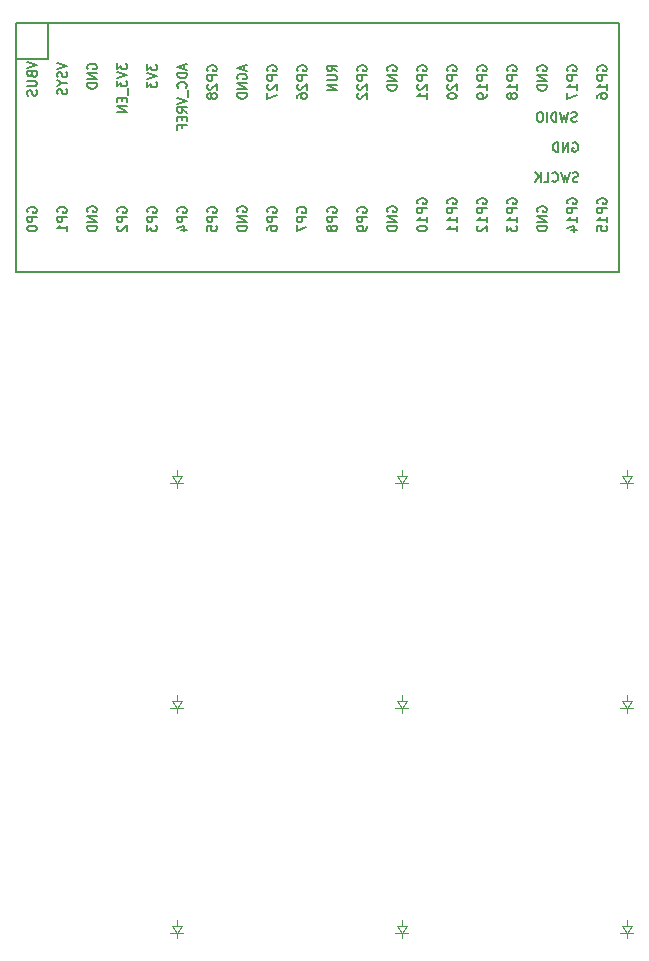
<source format=gbr>
%TF.GenerationSoftware,KiCad,Pcbnew,8.0.5*%
%TF.CreationDate,2024-11-06T13:26:22-05:00*%
%TF.ProjectId,MacroPad,4d616372-6f50-4616-942e-6b696361645f,rev?*%
%TF.SameCoordinates,Original*%
%TF.FileFunction,Legend,Bot*%
%TF.FilePolarity,Positive*%
%FSLAX46Y46*%
G04 Gerber Fmt 4.6, Leading zero omitted, Abs format (unit mm)*
G04 Created by KiCad (PCBNEW 8.0.5) date 2024-11-06 13:26:22*
%MOMM*%
%LPD*%
G01*
G04 APERTURE LIST*
%ADD10C,0.150000*%
%ADD11C,0.100000*%
G04 APERTURE END LIST*
D10*
X117678545Y-39368809D02*
X117678545Y-39864047D01*
X117678545Y-39864047D02*
X117983307Y-39597381D01*
X117983307Y-39597381D02*
X117983307Y-39711666D01*
X117983307Y-39711666D02*
X118021402Y-39787857D01*
X118021402Y-39787857D02*
X118059497Y-39825952D01*
X118059497Y-39825952D02*
X118135688Y-39864047D01*
X118135688Y-39864047D02*
X118326164Y-39864047D01*
X118326164Y-39864047D02*
X118402354Y-39825952D01*
X118402354Y-39825952D02*
X118440450Y-39787857D01*
X118440450Y-39787857D02*
X118478545Y-39711666D01*
X118478545Y-39711666D02*
X118478545Y-39483095D01*
X118478545Y-39483095D02*
X118440450Y-39406904D01*
X118440450Y-39406904D02*
X118402354Y-39368809D01*
X117678545Y-40092619D02*
X118478545Y-40359286D01*
X118478545Y-40359286D02*
X117678545Y-40625952D01*
X117678545Y-40816428D02*
X117678545Y-41311666D01*
X117678545Y-41311666D02*
X117983307Y-41045000D01*
X117983307Y-41045000D02*
X117983307Y-41159285D01*
X117983307Y-41159285D02*
X118021402Y-41235476D01*
X118021402Y-41235476D02*
X118059497Y-41273571D01*
X118059497Y-41273571D02*
X118135688Y-41311666D01*
X118135688Y-41311666D02*
X118326164Y-41311666D01*
X118326164Y-41311666D02*
X118402354Y-41273571D01*
X118402354Y-41273571D02*
X118440450Y-41235476D01*
X118440450Y-41235476D02*
X118478545Y-41159285D01*
X118478545Y-41159285D02*
X118478545Y-40930714D01*
X118478545Y-40930714D02*
X118440450Y-40854523D01*
X118440450Y-40854523D02*
X118402354Y-40816428D01*
X118554735Y-41464048D02*
X118554735Y-42073571D01*
X118059497Y-42264048D02*
X118059497Y-42530714D01*
X118478545Y-42645000D02*
X118478545Y-42264048D01*
X118478545Y-42264048D02*
X117678545Y-42264048D01*
X117678545Y-42264048D02*
X117678545Y-42645000D01*
X118478545Y-42987858D02*
X117678545Y-42987858D01*
X117678545Y-42987858D02*
X118478545Y-43445001D01*
X118478545Y-43445001D02*
X117678545Y-43445001D01*
X143116640Y-51222618D02*
X143078545Y-51146428D01*
X143078545Y-51146428D02*
X143078545Y-51032142D01*
X143078545Y-51032142D02*
X143116640Y-50917856D01*
X143116640Y-50917856D02*
X143192830Y-50841666D01*
X143192830Y-50841666D02*
X143269021Y-50803571D01*
X143269021Y-50803571D02*
X143421402Y-50765475D01*
X143421402Y-50765475D02*
X143535688Y-50765475D01*
X143535688Y-50765475D02*
X143688069Y-50803571D01*
X143688069Y-50803571D02*
X143764259Y-50841666D01*
X143764259Y-50841666D02*
X143840450Y-50917856D01*
X143840450Y-50917856D02*
X143878545Y-51032142D01*
X143878545Y-51032142D02*
X143878545Y-51108333D01*
X143878545Y-51108333D02*
X143840450Y-51222618D01*
X143840450Y-51222618D02*
X143802354Y-51260714D01*
X143802354Y-51260714D02*
X143535688Y-51260714D01*
X143535688Y-51260714D02*
X143535688Y-51108333D01*
X143878545Y-51603571D02*
X143078545Y-51603571D01*
X143078545Y-51603571D02*
X143078545Y-51908333D01*
X143078545Y-51908333D02*
X143116640Y-51984523D01*
X143116640Y-51984523D02*
X143154735Y-52022618D01*
X143154735Y-52022618D02*
X143230926Y-52060714D01*
X143230926Y-52060714D02*
X143345211Y-52060714D01*
X143345211Y-52060714D02*
X143421402Y-52022618D01*
X143421402Y-52022618D02*
X143459497Y-51984523D01*
X143459497Y-51984523D02*
X143497592Y-51908333D01*
X143497592Y-51908333D02*
X143497592Y-51603571D01*
X143878545Y-52822618D02*
X143878545Y-52365475D01*
X143878545Y-52594047D02*
X143078545Y-52594047D01*
X143078545Y-52594047D02*
X143192830Y-52517856D01*
X143192830Y-52517856D02*
X143269021Y-52441666D01*
X143269021Y-52441666D02*
X143307116Y-52365475D01*
X143078545Y-53317857D02*
X143078545Y-53394047D01*
X143078545Y-53394047D02*
X143116640Y-53470238D01*
X143116640Y-53470238D02*
X143154735Y-53508333D01*
X143154735Y-53508333D02*
X143230926Y-53546428D01*
X143230926Y-53546428D02*
X143383307Y-53584523D01*
X143383307Y-53584523D02*
X143573783Y-53584523D01*
X143573783Y-53584523D02*
X143726164Y-53546428D01*
X143726164Y-53546428D02*
X143802354Y-53508333D01*
X143802354Y-53508333D02*
X143840450Y-53470238D01*
X143840450Y-53470238D02*
X143878545Y-53394047D01*
X143878545Y-53394047D02*
X143878545Y-53317857D01*
X143878545Y-53317857D02*
X143840450Y-53241666D01*
X143840450Y-53241666D02*
X143802354Y-53203571D01*
X143802354Y-53203571D02*
X143726164Y-53165476D01*
X143726164Y-53165476D02*
X143573783Y-53127380D01*
X143573783Y-53127380D02*
X143383307Y-53127380D01*
X143383307Y-53127380D02*
X143230926Y-53165476D01*
X143230926Y-53165476D02*
X143154735Y-53203571D01*
X143154735Y-53203571D02*
X143116640Y-53241666D01*
X143116640Y-53241666D02*
X143078545Y-53317857D01*
X140576640Y-39985476D02*
X140538545Y-39909286D01*
X140538545Y-39909286D02*
X140538545Y-39795000D01*
X140538545Y-39795000D02*
X140576640Y-39680714D01*
X140576640Y-39680714D02*
X140652830Y-39604524D01*
X140652830Y-39604524D02*
X140729021Y-39566429D01*
X140729021Y-39566429D02*
X140881402Y-39528333D01*
X140881402Y-39528333D02*
X140995688Y-39528333D01*
X140995688Y-39528333D02*
X141148069Y-39566429D01*
X141148069Y-39566429D02*
X141224259Y-39604524D01*
X141224259Y-39604524D02*
X141300450Y-39680714D01*
X141300450Y-39680714D02*
X141338545Y-39795000D01*
X141338545Y-39795000D02*
X141338545Y-39871191D01*
X141338545Y-39871191D02*
X141300450Y-39985476D01*
X141300450Y-39985476D02*
X141262354Y-40023572D01*
X141262354Y-40023572D02*
X140995688Y-40023572D01*
X140995688Y-40023572D02*
X140995688Y-39871191D01*
X141338545Y-40366429D02*
X140538545Y-40366429D01*
X140538545Y-40366429D02*
X141338545Y-40823572D01*
X141338545Y-40823572D02*
X140538545Y-40823572D01*
X141338545Y-41204524D02*
X140538545Y-41204524D01*
X140538545Y-41204524D02*
X140538545Y-41395000D01*
X140538545Y-41395000D02*
X140576640Y-41509286D01*
X140576640Y-41509286D02*
X140652830Y-41585476D01*
X140652830Y-41585476D02*
X140729021Y-41623571D01*
X140729021Y-41623571D02*
X140881402Y-41661667D01*
X140881402Y-41661667D02*
X140995688Y-41661667D01*
X140995688Y-41661667D02*
X141148069Y-41623571D01*
X141148069Y-41623571D02*
X141224259Y-41585476D01*
X141224259Y-41585476D02*
X141300450Y-41509286D01*
X141300450Y-41509286D02*
X141338545Y-41395000D01*
X141338545Y-41395000D02*
X141338545Y-41204524D01*
X138036640Y-51953571D02*
X137998545Y-51877381D01*
X137998545Y-51877381D02*
X137998545Y-51763095D01*
X137998545Y-51763095D02*
X138036640Y-51648809D01*
X138036640Y-51648809D02*
X138112830Y-51572619D01*
X138112830Y-51572619D02*
X138189021Y-51534524D01*
X138189021Y-51534524D02*
X138341402Y-51496428D01*
X138341402Y-51496428D02*
X138455688Y-51496428D01*
X138455688Y-51496428D02*
X138608069Y-51534524D01*
X138608069Y-51534524D02*
X138684259Y-51572619D01*
X138684259Y-51572619D02*
X138760450Y-51648809D01*
X138760450Y-51648809D02*
X138798545Y-51763095D01*
X138798545Y-51763095D02*
X138798545Y-51839286D01*
X138798545Y-51839286D02*
X138760450Y-51953571D01*
X138760450Y-51953571D02*
X138722354Y-51991667D01*
X138722354Y-51991667D02*
X138455688Y-51991667D01*
X138455688Y-51991667D02*
X138455688Y-51839286D01*
X138798545Y-52334524D02*
X137998545Y-52334524D01*
X137998545Y-52334524D02*
X137998545Y-52639286D01*
X137998545Y-52639286D02*
X138036640Y-52715476D01*
X138036640Y-52715476D02*
X138074735Y-52753571D01*
X138074735Y-52753571D02*
X138150926Y-52791667D01*
X138150926Y-52791667D02*
X138265211Y-52791667D01*
X138265211Y-52791667D02*
X138341402Y-52753571D01*
X138341402Y-52753571D02*
X138379497Y-52715476D01*
X138379497Y-52715476D02*
X138417592Y-52639286D01*
X138417592Y-52639286D02*
X138417592Y-52334524D01*
X138798545Y-53172619D02*
X138798545Y-53325000D01*
X138798545Y-53325000D02*
X138760450Y-53401190D01*
X138760450Y-53401190D02*
X138722354Y-53439286D01*
X138722354Y-53439286D02*
X138608069Y-53515476D01*
X138608069Y-53515476D02*
X138455688Y-53553571D01*
X138455688Y-53553571D02*
X138150926Y-53553571D01*
X138150926Y-53553571D02*
X138074735Y-53515476D01*
X138074735Y-53515476D02*
X138036640Y-53477381D01*
X138036640Y-53477381D02*
X137998545Y-53401190D01*
X137998545Y-53401190D02*
X137998545Y-53248809D01*
X137998545Y-53248809D02*
X138036640Y-53172619D01*
X138036640Y-53172619D02*
X138074735Y-53134524D01*
X138074735Y-53134524D02*
X138150926Y-53096428D01*
X138150926Y-53096428D02*
X138341402Y-53096428D01*
X138341402Y-53096428D02*
X138417592Y-53134524D01*
X138417592Y-53134524D02*
X138455688Y-53172619D01*
X138455688Y-53172619D02*
X138493783Y-53248809D01*
X138493783Y-53248809D02*
X138493783Y-53401190D01*
X138493783Y-53401190D02*
X138455688Y-53477381D01*
X138455688Y-53477381D02*
X138417592Y-53515476D01*
X138417592Y-53515476D02*
X138341402Y-53553571D01*
X145656640Y-51222618D02*
X145618545Y-51146428D01*
X145618545Y-51146428D02*
X145618545Y-51032142D01*
X145618545Y-51032142D02*
X145656640Y-50917856D01*
X145656640Y-50917856D02*
X145732830Y-50841666D01*
X145732830Y-50841666D02*
X145809021Y-50803571D01*
X145809021Y-50803571D02*
X145961402Y-50765475D01*
X145961402Y-50765475D02*
X146075688Y-50765475D01*
X146075688Y-50765475D02*
X146228069Y-50803571D01*
X146228069Y-50803571D02*
X146304259Y-50841666D01*
X146304259Y-50841666D02*
X146380450Y-50917856D01*
X146380450Y-50917856D02*
X146418545Y-51032142D01*
X146418545Y-51032142D02*
X146418545Y-51108333D01*
X146418545Y-51108333D02*
X146380450Y-51222618D01*
X146380450Y-51222618D02*
X146342354Y-51260714D01*
X146342354Y-51260714D02*
X146075688Y-51260714D01*
X146075688Y-51260714D02*
X146075688Y-51108333D01*
X146418545Y-51603571D02*
X145618545Y-51603571D01*
X145618545Y-51603571D02*
X145618545Y-51908333D01*
X145618545Y-51908333D02*
X145656640Y-51984523D01*
X145656640Y-51984523D02*
X145694735Y-52022618D01*
X145694735Y-52022618D02*
X145770926Y-52060714D01*
X145770926Y-52060714D02*
X145885211Y-52060714D01*
X145885211Y-52060714D02*
X145961402Y-52022618D01*
X145961402Y-52022618D02*
X145999497Y-51984523D01*
X145999497Y-51984523D02*
X146037592Y-51908333D01*
X146037592Y-51908333D02*
X146037592Y-51603571D01*
X146418545Y-52822618D02*
X146418545Y-52365475D01*
X146418545Y-52594047D02*
X145618545Y-52594047D01*
X145618545Y-52594047D02*
X145732830Y-52517856D01*
X145732830Y-52517856D02*
X145809021Y-52441666D01*
X145809021Y-52441666D02*
X145847116Y-52365475D01*
X146418545Y-53584523D02*
X146418545Y-53127380D01*
X146418545Y-53355952D02*
X145618545Y-53355952D01*
X145618545Y-53355952D02*
X145732830Y-53279761D01*
X145732830Y-53279761D02*
X145809021Y-53203571D01*
X145809021Y-53203571D02*
X145847116Y-53127380D01*
X123329973Y-39452142D02*
X123329973Y-39833095D01*
X123558545Y-39375952D02*
X122758545Y-39642619D01*
X122758545Y-39642619D02*
X123558545Y-39909285D01*
X123558545Y-40175952D02*
X122758545Y-40175952D01*
X122758545Y-40175952D02*
X122758545Y-40366428D01*
X122758545Y-40366428D02*
X122796640Y-40480714D01*
X122796640Y-40480714D02*
X122872830Y-40556904D01*
X122872830Y-40556904D02*
X122949021Y-40594999D01*
X122949021Y-40594999D02*
X123101402Y-40633095D01*
X123101402Y-40633095D02*
X123215688Y-40633095D01*
X123215688Y-40633095D02*
X123368069Y-40594999D01*
X123368069Y-40594999D02*
X123444259Y-40556904D01*
X123444259Y-40556904D02*
X123520450Y-40480714D01*
X123520450Y-40480714D02*
X123558545Y-40366428D01*
X123558545Y-40366428D02*
X123558545Y-40175952D01*
X123482354Y-41433095D02*
X123520450Y-41394999D01*
X123520450Y-41394999D02*
X123558545Y-41280714D01*
X123558545Y-41280714D02*
X123558545Y-41204523D01*
X123558545Y-41204523D02*
X123520450Y-41090237D01*
X123520450Y-41090237D02*
X123444259Y-41014047D01*
X123444259Y-41014047D02*
X123368069Y-40975952D01*
X123368069Y-40975952D02*
X123215688Y-40937856D01*
X123215688Y-40937856D02*
X123101402Y-40937856D01*
X123101402Y-40937856D02*
X122949021Y-40975952D01*
X122949021Y-40975952D02*
X122872830Y-41014047D01*
X122872830Y-41014047D02*
X122796640Y-41090237D01*
X122796640Y-41090237D02*
X122758545Y-41204523D01*
X122758545Y-41204523D02*
X122758545Y-41280714D01*
X122758545Y-41280714D02*
X122796640Y-41394999D01*
X122796640Y-41394999D02*
X122834735Y-41433095D01*
X123634735Y-41585476D02*
X123634735Y-42194999D01*
X122758545Y-42271190D02*
X123558545Y-42537857D01*
X123558545Y-42537857D02*
X122758545Y-42804523D01*
X123558545Y-43528333D02*
X123177592Y-43261666D01*
X123558545Y-43071190D02*
X122758545Y-43071190D01*
X122758545Y-43071190D02*
X122758545Y-43375952D01*
X122758545Y-43375952D02*
X122796640Y-43452142D01*
X122796640Y-43452142D02*
X122834735Y-43490237D01*
X122834735Y-43490237D02*
X122910926Y-43528333D01*
X122910926Y-43528333D02*
X123025211Y-43528333D01*
X123025211Y-43528333D02*
X123101402Y-43490237D01*
X123101402Y-43490237D02*
X123139497Y-43452142D01*
X123139497Y-43452142D02*
X123177592Y-43375952D01*
X123177592Y-43375952D02*
X123177592Y-43071190D01*
X123139497Y-43871190D02*
X123139497Y-44137856D01*
X123558545Y-44252142D02*
X123558545Y-43871190D01*
X123558545Y-43871190D02*
X122758545Y-43871190D01*
X122758545Y-43871190D02*
X122758545Y-44252142D01*
X123139497Y-44861666D02*
X123139497Y-44595000D01*
X123558545Y-44595000D02*
X122758545Y-44595000D01*
X122758545Y-44595000D02*
X122758545Y-44975952D01*
X125336640Y-51953571D02*
X125298545Y-51877381D01*
X125298545Y-51877381D02*
X125298545Y-51763095D01*
X125298545Y-51763095D02*
X125336640Y-51648809D01*
X125336640Y-51648809D02*
X125412830Y-51572619D01*
X125412830Y-51572619D02*
X125489021Y-51534524D01*
X125489021Y-51534524D02*
X125641402Y-51496428D01*
X125641402Y-51496428D02*
X125755688Y-51496428D01*
X125755688Y-51496428D02*
X125908069Y-51534524D01*
X125908069Y-51534524D02*
X125984259Y-51572619D01*
X125984259Y-51572619D02*
X126060450Y-51648809D01*
X126060450Y-51648809D02*
X126098545Y-51763095D01*
X126098545Y-51763095D02*
X126098545Y-51839286D01*
X126098545Y-51839286D02*
X126060450Y-51953571D01*
X126060450Y-51953571D02*
X126022354Y-51991667D01*
X126022354Y-51991667D02*
X125755688Y-51991667D01*
X125755688Y-51991667D02*
X125755688Y-51839286D01*
X126098545Y-52334524D02*
X125298545Y-52334524D01*
X125298545Y-52334524D02*
X125298545Y-52639286D01*
X125298545Y-52639286D02*
X125336640Y-52715476D01*
X125336640Y-52715476D02*
X125374735Y-52753571D01*
X125374735Y-52753571D02*
X125450926Y-52791667D01*
X125450926Y-52791667D02*
X125565211Y-52791667D01*
X125565211Y-52791667D02*
X125641402Y-52753571D01*
X125641402Y-52753571D02*
X125679497Y-52715476D01*
X125679497Y-52715476D02*
X125717592Y-52639286D01*
X125717592Y-52639286D02*
X125717592Y-52334524D01*
X125298545Y-53515476D02*
X125298545Y-53134524D01*
X125298545Y-53134524D02*
X125679497Y-53096428D01*
X125679497Y-53096428D02*
X125641402Y-53134524D01*
X125641402Y-53134524D02*
X125603307Y-53210714D01*
X125603307Y-53210714D02*
X125603307Y-53401190D01*
X125603307Y-53401190D02*
X125641402Y-53477381D01*
X125641402Y-53477381D02*
X125679497Y-53515476D01*
X125679497Y-53515476D02*
X125755688Y-53553571D01*
X125755688Y-53553571D02*
X125946164Y-53553571D01*
X125946164Y-53553571D02*
X126022354Y-53515476D01*
X126022354Y-53515476D02*
X126060450Y-53477381D01*
X126060450Y-53477381D02*
X126098545Y-53401190D01*
X126098545Y-53401190D02*
X126098545Y-53210714D01*
X126098545Y-53210714D02*
X126060450Y-53134524D01*
X126060450Y-53134524D02*
X126022354Y-53096428D01*
X112626640Y-51953571D02*
X112588545Y-51877381D01*
X112588545Y-51877381D02*
X112588545Y-51763095D01*
X112588545Y-51763095D02*
X112626640Y-51648809D01*
X112626640Y-51648809D02*
X112702830Y-51572619D01*
X112702830Y-51572619D02*
X112779021Y-51534524D01*
X112779021Y-51534524D02*
X112931402Y-51496428D01*
X112931402Y-51496428D02*
X113045688Y-51496428D01*
X113045688Y-51496428D02*
X113198069Y-51534524D01*
X113198069Y-51534524D02*
X113274259Y-51572619D01*
X113274259Y-51572619D02*
X113350450Y-51648809D01*
X113350450Y-51648809D02*
X113388545Y-51763095D01*
X113388545Y-51763095D02*
X113388545Y-51839286D01*
X113388545Y-51839286D02*
X113350450Y-51953571D01*
X113350450Y-51953571D02*
X113312354Y-51991667D01*
X113312354Y-51991667D02*
X113045688Y-51991667D01*
X113045688Y-51991667D02*
X113045688Y-51839286D01*
X113388545Y-52334524D02*
X112588545Y-52334524D01*
X112588545Y-52334524D02*
X112588545Y-52639286D01*
X112588545Y-52639286D02*
X112626640Y-52715476D01*
X112626640Y-52715476D02*
X112664735Y-52753571D01*
X112664735Y-52753571D02*
X112740926Y-52791667D01*
X112740926Y-52791667D02*
X112855211Y-52791667D01*
X112855211Y-52791667D02*
X112931402Y-52753571D01*
X112931402Y-52753571D02*
X112969497Y-52715476D01*
X112969497Y-52715476D02*
X113007592Y-52639286D01*
X113007592Y-52639286D02*
X113007592Y-52334524D01*
X113388545Y-53553571D02*
X113388545Y-53096428D01*
X113388545Y-53325000D02*
X112588545Y-53325000D01*
X112588545Y-53325000D02*
X112702830Y-53248809D01*
X112702830Y-53248809D02*
X112779021Y-53172619D01*
X112779021Y-53172619D02*
X112817116Y-53096428D01*
X112598545Y-39323571D02*
X113398545Y-39590238D01*
X113398545Y-39590238D02*
X112598545Y-39856904D01*
X113360450Y-40085475D02*
X113398545Y-40199761D01*
X113398545Y-40199761D02*
X113398545Y-40390237D01*
X113398545Y-40390237D02*
X113360450Y-40466428D01*
X113360450Y-40466428D02*
X113322354Y-40504523D01*
X113322354Y-40504523D02*
X113246164Y-40542618D01*
X113246164Y-40542618D02*
X113169973Y-40542618D01*
X113169973Y-40542618D02*
X113093783Y-40504523D01*
X113093783Y-40504523D02*
X113055688Y-40466428D01*
X113055688Y-40466428D02*
X113017592Y-40390237D01*
X113017592Y-40390237D02*
X112979497Y-40237856D01*
X112979497Y-40237856D02*
X112941402Y-40161666D01*
X112941402Y-40161666D02*
X112903307Y-40123571D01*
X112903307Y-40123571D02*
X112827116Y-40085475D01*
X112827116Y-40085475D02*
X112750926Y-40085475D01*
X112750926Y-40085475D02*
X112674735Y-40123571D01*
X112674735Y-40123571D02*
X112636640Y-40161666D01*
X112636640Y-40161666D02*
X112598545Y-40237856D01*
X112598545Y-40237856D02*
X112598545Y-40428333D01*
X112598545Y-40428333D02*
X112636640Y-40542618D01*
X113017592Y-41037857D02*
X113398545Y-41037857D01*
X112598545Y-40771190D02*
X113017592Y-41037857D01*
X113017592Y-41037857D02*
X112598545Y-41304523D01*
X113360450Y-41533094D02*
X113398545Y-41647380D01*
X113398545Y-41647380D02*
X113398545Y-41837856D01*
X113398545Y-41837856D02*
X113360450Y-41914047D01*
X113360450Y-41914047D02*
X113322354Y-41952142D01*
X113322354Y-41952142D02*
X113246164Y-41990237D01*
X113246164Y-41990237D02*
X113169973Y-41990237D01*
X113169973Y-41990237D02*
X113093783Y-41952142D01*
X113093783Y-41952142D02*
X113055688Y-41914047D01*
X113055688Y-41914047D02*
X113017592Y-41837856D01*
X113017592Y-41837856D02*
X112979497Y-41685475D01*
X112979497Y-41685475D02*
X112941402Y-41609285D01*
X112941402Y-41609285D02*
X112903307Y-41571190D01*
X112903307Y-41571190D02*
X112827116Y-41533094D01*
X112827116Y-41533094D02*
X112750926Y-41533094D01*
X112750926Y-41533094D02*
X112674735Y-41571190D01*
X112674735Y-41571190D02*
X112636640Y-41609285D01*
X112636640Y-41609285D02*
X112598545Y-41685475D01*
X112598545Y-41685475D02*
X112598545Y-41875952D01*
X112598545Y-41875952D02*
X112636640Y-41990237D01*
X115176640Y-51915476D02*
X115138545Y-51839286D01*
X115138545Y-51839286D02*
X115138545Y-51725000D01*
X115138545Y-51725000D02*
X115176640Y-51610714D01*
X115176640Y-51610714D02*
X115252830Y-51534524D01*
X115252830Y-51534524D02*
X115329021Y-51496429D01*
X115329021Y-51496429D02*
X115481402Y-51458333D01*
X115481402Y-51458333D02*
X115595688Y-51458333D01*
X115595688Y-51458333D02*
X115748069Y-51496429D01*
X115748069Y-51496429D02*
X115824259Y-51534524D01*
X115824259Y-51534524D02*
X115900450Y-51610714D01*
X115900450Y-51610714D02*
X115938545Y-51725000D01*
X115938545Y-51725000D02*
X115938545Y-51801191D01*
X115938545Y-51801191D02*
X115900450Y-51915476D01*
X115900450Y-51915476D02*
X115862354Y-51953572D01*
X115862354Y-51953572D02*
X115595688Y-51953572D01*
X115595688Y-51953572D02*
X115595688Y-51801191D01*
X115938545Y-52296429D02*
X115138545Y-52296429D01*
X115138545Y-52296429D02*
X115938545Y-52753572D01*
X115938545Y-52753572D02*
X115138545Y-52753572D01*
X115938545Y-53134524D02*
X115138545Y-53134524D01*
X115138545Y-53134524D02*
X115138545Y-53325000D01*
X115138545Y-53325000D02*
X115176640Y-53439286D01*
X115176640Y-53439286D02*
X115252830Y-53515476D01*
X115252830Y-53515476D02*
X115329021Y-53553571D01*
X115329021Y-53553571D02*
X115481402Y-53591667D01*
X115481402Y-53591667D02*
X115595688Y-53591667D01*
X115595688Y-53591667D02*
X115748069Y-53553571D01*
X115748069Y-53553571D02*
X115824259Y-53515476D01*
X115824259Y-53515476D02*
X115900450Y-53439286D01*
X115900450Y-53439286D02*
X115938545Y-53325000D01*
X115938545Y-53325000D02*
X115938545Y-53134524D01*
X117716640Y-51953571D02*
X117678545Y-51877381D01*
X117678545Y-51877381D02*
X117678545Y-51763095D01*
X117678545Y-51763095D02*
X117716640Y-51648809D01*
X117716640Y-51648809D02*
X117792830Y-51572619D01*
X117792830Y-51572619D02*
X117869021Y-51534524D01*
X117869021Y-51534524D02*
X118021402Y-51496428D01*
X118021402Y-51496428D02*
X118135688Y-51496428D01*
X118135688Y-51496428D02*
X118288069Y-51534524D01*
X118288069Y-51534524D02*
X118364259Y-51572619D01*
X118364259Y-51572619D02*
X118440450Y-51648809D01*
X118440450Y-51648809D02*
X118478545Y-51763095D01*
X118478545Y-51763095D02*
X118478545Y-51839286D01*
X118478545Y-51839286D02*
X118440450Y-51953571D01*
X118440450Y-51953571D02*
X118402354Y-51991667D01*
X118402354Y-51991667D02*
X118135688Y-51991667D01*
X118135688Y-51991667D02*
X118135688Y-51839286D01*
X118478545Y-52334524D02*
X117678545Y-52334524D01*
X117678545Y-52334524D02*
X117678545Y-52639286D01*
X117678545Y-52639286D02*
X117716640Y-52715476D01*
X117716640Y-52715476D02*
X117754735Y-52753571D01*
X117754735Y-52753571D02*
X117830926Y-52791667D01*
X117830926Y-52791667D02*
X117945211Y-52791667D01*
X117945211Y-52791667D02*
X118021402Y-52753571D01*
X118021402Y-52753571D02*
X118059497Y-52715476D01*
X118059497Y-52715476D02*
X118097592Y-52639286D01*
X118097592Y-52639286D02*
X118097592Y-52334524D01*
X117754735Y-53096428D02*
X117716640Y-53134524D01*
X117716640Y-53134524D02*
X117678545Y-53210714D01*
X117678545Y-53210714D02*
X117678545Y-53401190D01*
X117678545Y-53401190D02*
X117716640Y-53477381D01*
X117716640Y-53477381D02*
X117754735Y-53515476D01*
X117754735Y-53515476D02*
X117830926Y-53553571D01*
X117830926Y-53553571D02*
X117907116Y-53553571D01*
X117907116Y-53553571D02*
X118021402Y-53515476D01*
X118021402Y-53515476D02*
X118478545Y-53058333D01*
X118478545Y-53058333D02*
X118478545Y-53553571D01*
X120256640Y-51953571D02*
X120218545Y-51877381D01*
X120218545Y-51877381D02*
X120218545Y-51763095D01*
X120218545Y-51763095D02*
X120256640Y-51648809D01*
X120256640Y-51648809D02*
X120332830Y-51572619D01*
X120332830Y-51572619D02*
X120409021Y-51534524D01*
X120409021Y-51534524D02*
X120561402Y-51496428D01*
X120561402Y-51496428D02*
X120675688Y-51496428D01*
X120675688Y-51496428D02*
X120828069Y-51534524D01*
X120828069Y-51534524D02*
X120904259Y-51572619D01*
X120904259Y-51572619D02*
X120980450Y-51648809D01*
X120980450Y-51648809D02*
X121018545Y-51763095D01*
X121018545Y-51763095D02*
X121018545Y-51839286D01*
X121018545Y-51839286D02*
X120980450Y-51953571D01*
X120980450Y-51953571D02*
X120942354Y-51991667D01*
X120942354Y-51991667D02*
X120675688Y-51991667D01*
X120675688Y-51991667D02*
X120675688Y-51839286D01*
X121018545Y-52334524D02*
X120218545Y-52334524D01*
X120218545Y-52334524D02*
X120218545Y-52639286D01*
X120218545Y-52639286D02*
X120256640Y-52715476D01*
X120256640Y-52715476D02*
X120294735Y-52753571D01*
X120294735Y-52753571D02*
X120370926Y-52791667D01*
X120370926Y-52791667D02*
X120485211Y-52791667D01*
X120485211Y-52791667D02*
X120561402Y-52753571D01*
X120561402Y-52753571D02*
X120599497Y-52715476D01*
X120599497Y-52715476D02*
X120637592Y-52639286D01*
X120637592Y-52639286D02*
X120637592Y-52334524D01*
X120218545Y-53058333D02*
X120218545Y-53553571D01*
X120218545Y-53553571D02*
X120523307Y-53286905D01*
X120523307Y-53286905D02*
X120523307Y-53401190D01*
X120523307Y-53401190D02*
X120561402Y-53477381D01*
X120561402Y-53477381D02*
X120599497Y-53515476D01*
X120599497Y-53515476D02*
X120675688Y-53553571D01*
X120675688Y-53553571D02*
X120866164Y-53553571D01*
X120866164Y-53553571D02*
X120942354Y-53515476D01*
X120942354Y-53515476D02*
X120980450Y-53477381D01*
X120980450Y-53477381D02*
X121018545Y-53401190D01*
X121018545Y-53401190D02*
X121018545Y-53172619D01*
X121018545Y-53172619D02*
X120980450Y-53096428D01*
X120980450Y-53096428D02*
X120942354Y-53058333D01*
X132956640Y-39992618D02*
X132918545Y-39916428D01*
X132918545Y-39916428D02*
X132918545Y-39802142D01*
X132918545Y-39802142D02*
X132956640Y-39687856D01*
X132956640Y-39687856D02*
X133032830Y-39611666D01*
X133032830Y-39611666D02*
X133109021Y-39573571D01*
X133109021Y-39573571D02*
X133261402Y-39535475D01*
X133261402Y-39535475D02*
X133375688Y-39535475D01*
X133375688Y-39535475D02*
X133528069Y-39573571D01*
X133528069Y-39573571D02*
X133604259Y-39611666D01*
X133604259Y-39611666D02*
X133680450Y-39687856D01*
X133680450Y-39687856D02*
X133718545Y-39802142D01*
X133718545Y-39802142D02*
X133718545Y-39878333D01*
X133718545Y-39878333D02*
X133680450Y-39992618D01*
X133680450Y-39992618D02*
X133642354Y-40030714D01*
X133642354Y-40030714D02*
X133375688Y-40030714D01*
X133375688Y-40030714D02*
X133375688Y-39878333D01*
X133718545Y-40373571D02*
X132918545Y-40373571D01*
X132918545Y-40373571D02*
X132918545Y-40678333D01*
X132918545Y-40678333D02*
X132956640Y-40754523D01*
X132956640Y-40754523D02*
X132994735Y-40792618D01*
X132994735Y-40792618D02*
X133070926Y-40830714D01*
X133070926Y-40830714D02*
X133185211Y-40830714D01*
X133185211Y-40830714D02*
X133261402Y-40792618D01*
X133261402Y-40792618D02*
X133299497Y-40754523D01*
X133299497Y-40754523D02*
X133337592Y-40678333D01*
X133337592Y-40678333D02*
X133337592Y-40373571D01*
X132994735Y-41135475D02*
X132956640Y-41173571D01*
X132956640Y-41173571D02*
X132918545Y-41249761D01*
X132918545Y-41249761D02*
X132918545Y-41440237D01*
X132918545Y-41440237D02*
X132956640Y-41516428D01*
X132956640Y-41516428D02*
X132994735Y-41554523D01*
X132994735Y-41554523D02*
X133070926Y-41592618D01*
X133070926Y-41592618D02*
X133147116Y-41592618D01*
X133147116Y-41592618D02*
X133261402Y-41554523D01*
X133261402Y-41554523D02*
X133718545Y-41097380D01*
X133718545Y-41097380D02*
X133718545Y-41592618D01*
X132918545Y-42278333D02*
X132918545Y-42125952D01*
X132918545Y-42125952D02*
X132956640Y-42049761D01*
X132956640Y-42049761D02*
X132994735Y-42011666D01*
X132994735Y-42011666D02*
X133109021Y-41935476D01*
X133109021Y-41935476D02*
X133261402Y-41897380D01*
X133261402Y-41897380D02*
X133566164Y-41897380D01*
X133566164Y-41897380D02*
X133642354Y-41935476D01*
X133642354Y-41935476D02*
X133680450Y-41973571D01*
X133680450Y-41973571D02*
X133718545Y-42049761D01*
X133718545Y-42049761D02*
X133718545Y-42202142D01*
X133718545Y-42202142D02*
X133680450Y-42278333D01*
X133680450Y-42278333D02*
X133642354Y-42316428D01*
X133642354Y-42316428D02*
X133566164Y-42354523D01*
X133566164Y-42354523D02*
X133375688Y-42354523D01*
X133375688Y-42354523D02*
X133299497Y-42316428D01*
X133299497Y-42316428D02*
X133261402Y-42278333D01*
X133261402Y-42278333D02*
X133223307Y-42202142D01*
X133223307Y-42202142D02*
X133223307Y-42049761D01*
X133223307Y-42049761D02*
X133261402Y-41973571D01*
X133261402Y-41973571D02*
X133299497Y-41935476D01*
X133299497Y-41935476D02*
X133375688Y-41897380D01*
X122796640Y-51953571D02*
X122758545Y-51877381D01*
X122758545Y-51877381D02*
X122758545Y-51763095D01*
X122758545Y-51763095D02*
X122796640Y-51648809D01*
X122796640Y-51648809D02*
X122872830Y-51572619D01*
X122872830Y-51572619D02*
X122949021Y-51534524D01*
X122949021Y-51534524D02*
X123101402Y-51496428D01*
X123101402Y-51496428D02*
X123215688Y-51496428D01*
X123215688Y-51496428D02*
X123368069Y-51534524D01*
X123368069Y-51534524D02*
X123444259Y-51572619D01*
X123444259Y-51572619D02*
X123520450Y-51648809D01*
X123520450Y-51648809D02*
X123558545Y-51763095D01*
X123558545Y-51763095D02*
X123558545Y-51839286D01*
X123558545Y-51839286D02*
X123520450Y-51953571D01*
X123520450Y-51953571D02*
X123482354Y-51991667D01*
X123482354Y-51991667D02*
X123215688Y-51991667D01*
X123215688Y-51991667D02*
X123215688Y-51839286D01*
X123558545Y-52334524D02*
X122758545Y-52334524D01*
X122758545Y-52334524D02*
X122758545Y-52639286D01*
X122758545Y-52639286D02*
X122796640Y-52715476D01*
X122796640Y-52715476D02*
X122834735Y-52753571D01*
X122834735Y-52753571D02*
X122910926Y-52791667D01*
X122910926Y-52791667D02*
X123025211Y-52791667D01*
X123025211Y-52791667D02*
X123101402Y-52753571D01*
X123101402Y-52753571D02*
X123139497Y-52715476D01*
X123139497Y-52715476D02*
X123177592Y-52639286D01*
X123177592Y-52639286D02*
X123177592Y-52334524D01*
X123025211Y-53477381D02*
X123558545Y-53477381D01*
X122720450Y-53286905D02*
X123291878Y-53096428D01*
X123291878Y-53096428D02*
X123291878Y-53591667D01*
X140576640Y-51915476D02*
X140538545Y-51839286D01*
X140538545Y-51839286D02*
X140538545Y-51725000D01*
X140538545Y-51725000D02*
X140576640Y-51610714D01*
X140576640Y-51610714D02*
X140652830Y-51534524D01*
X140652830Y-51534524D02*
X140729021Y-51496429D01*
X140729021Y-51496429D02*
X140881402Y-51458333D01*
X140881402Y-51458333D02*
X140995688Y-51458333D01*
X140995688Y-51458333D02*
X141148069Y-51496429D01*
X141148069Y-51496429D02*
X141224259Y-51534524D01*
X141224259Y-51534524D02*
X141300450Y-51610714D01*
X141300450Y-51610714D02*
X141338545Y-51725000D01*
X141338545Y-51725000D02*
X141338545Y-51801191D01*
X141338545Y-51801191D02*
X141300450Y-51915476D01*
X141300450Y-51915476D02*
X141262354Y-51953572D01*
X141262354Y-51953572D02*
X140995688Y-51953572D01*
X140995688Y-51953572D02*
X140995688Y-51801191D01*
X141338545Y-52296429D02*
X140538545Y-52296429D01*
X140538545Y-52296429D02*
X141338545Y-52753572D01*
X141338545Y-52753572D02*
X140538545Y-52753572D01*
X141338545Y-53134524D02*
X140538545Y-53134524D01*
X140538545Y-53134524D02*
X140538545Y-53325000D01*
X140538545Y-53325000D02*
X140576640Y-53439286D01*
X140576640Y-53439286D02*
X140652830Y-53515476D01*
X140652830Y-53515476D02*
X140729021Y-53553571D01*
X140729021Y-53553571D02*
X140881402Y-53591667D01*
X140881402Y-53591667D02*
X140995688Y-53591667D01*
X140995688Y-53591667D02*
X141148069Y-53553571D01*
X141148069Y-53553571D02*
X141224259Y-53515476D01*
X141224259Y-53515476D02*
X141300450Y-53439286D01*
X141300450Y-53439286D02*
X141338545Y-53325000D01*
X141338545Y-53325000D02*
X141338545Y-53134524D01*
X153276640Y-51915476D02*
X153238545Y-51839286D01*
X153238545Y-51839286D02*
X153238545Y-51725000D01*
X153238545Y-51725000D02*
X153276640Y-51610714D01*
X153276640Y-51610714D02*
X153352830Y-51534524D01*
X153352830Y-51534524D02*
X153429021Y-51496429D01*
X153429021Y-51496429D02*
X153581402Y-51458333D01*
X153581402Y-51458333D02*
X153695688Y-51458333D01*
X153695688Y-51458333D02*
X153848069Y-51496429D01*
X153848069Y-51496429D02*
X153924259Y-51534524D01*
X153924259Y-51534524D02*
X154000450Y-51610714D01*
X154000450Y-51610714D02*
X154038545Y-51725000D01*
X154038545Y-51725000D02*
X154038545Y-51801191D01*
X154038545Y-51801191D02*
X154000450Y-51915476D01*
X154000450Y-51915476D02*
X153962354Y-51953572D01*
X153962354Y-51953572D02*
X153695688Y-51953572D01*
X153695688Y-51953572D02*
X153695688Y-51801191D01*
X154038545Y-52296429D02*
X153238545Y-52296429D01*
X153238545Y-52296429D02*
X154038545Y-52753572D01*
X154038545Y-52753572D02*
X153238545Y-52753572D01*
X154038545Y-53134524D02*
X153238545Y-53134524D01*
X153238545Y-53134524D02*
X153238545Y-53325000D01*
X153238545Y-53325000D02*
X153276640Y-53439286D01*
X153276640Y-53439286D02*
X153352830Y-53515476D01*
X153352830Y-53515476D02*
X153429021Y-53553571D01*
X153429021Y-53553571D02*
X153581402Y-53591667D01*
X153581402Y-53591667D02*
X153695688Y-53591667D01*
X153695688Y-53591667D02*
X153848069Y-53553571D01*
X153848069Y-53553571D02*
X153924259Y-53515476D01*
X153924259Y-53515476D02*
X154000450Y-53439286D01*
X154000450Y-53439286D02*
X154038545Y-53325000D01*
X154038545Y-53325000D02*
X154038545Y-53134524D01*
X125336640Y-39992618D02*
X125298545Y-39916428D01*
X125298545Y-39916428D02*
X125298545Y-39802142D01*
X125298545Y-39802142D02*
X125336640Y-39687856D01*
X125336640Y-39687856D02*
X125412830Y-39611666D01*
X125412830Y-39611666D02*
X125489021Y-39573571D01*
X125489021Y-39573571D02*
X125641402Y-39535475D01*
X125641402Y-39535475D02*
X125755688Y-39535475D01*
X125755688Y-39535475D02*
X125908069Y-39573571D01*
X125908069Y-39573571D02*
X125984259Y-39611666D01*
X125984259Y-39611666D02*
X126060450Y-39687856D01*
X126060450Y-39687856D02*
X126098545Y-39802142D01*
X126098545Y-39802142D02*
X126098545Y-39878333D01*
X126098545Y-39878333D02*
X126060450Y-39992618D01*
X126060450Y-39992618D02*
X126022354Y-40030714D01*
X126022354Y-40030714D02*
X125755688Y-40030714D01*
X125755688Y-40030714D02*
X125755688Y-39878333D01*
X126098545Y-40373571D02*
X125298545Y-40373571D01*
X125298545Y-40373571D02*
X125298545Y-40678333D01*
X125298545Y-40678333D02*
X125336640Y-40754523D01*
X125336640Y-40754523D02*
X125374735Y-40792618D01*
X125374735Y-40792618D02*
X125450926Y-40830714D01*
X125450926Y-40830714D02*
X125565211Y-40830714D01*
X125565211Y-40830714D02*
X125641402Y-40792618D01*
X125641402Y-40792618D02*
X125679497Y-40754523D01*
X125679497Y-40754523D02*
X125717592Y-40678333D01*
X125717592Y-40678333D02*
X125717592Y-40373571D01*
X125374735Y-41135475D02*
X125336640Y-41173571D01*
X125336640Y-41173571D02*
X125298545Y-41249761D01*
X125298545Y-41249761D02*
X125298545Y-41440237D01*
X125298545Y-41440237D02*
X125336640Y-41516428D01*
X125336640Y-41516428D02*
X125374735Y-41554523D01*
X125374735Y-41554523D02*
X125450926Y-41592618D01*
X125450926Y-41592618D02*
X125527116Y-41592618D01*
X125527116Y-41592618D02*
X125641402Y-41554523D01*
X125641402Y-41554523D02*
X126098545Y-41097380D01*
X126098545Y-41097380D02*
X126098545Y-41592618D01*
X125641402Y-42049761D02*
X125603307Y-41973571D01*
X125603307Y-41973571D02*
X125565211Y-41935476D01*
X125565211Y-41935476D02*
X125489021Y-41897380D01*
X125489021Y-41897380D02*
X125450926Y-41897380D01*
X125450926Y-41897380D02*
X125374735Y-41935476D01*
X125374735Y-41935476D02*
X125336640Y-41973571D01*
X125336640Y-41973571D02*
X125298545Y-42049761D01*
X125298545Y-42049761D02*
X125298545Y-42202142D01*
X125298545Y-42202142D02*
X125336640Y-42278333D01*
X125336640Y-42278333D02*
X125374735Y-42316428D01*
X125374735Y-42316428D02*
X125450926Y-42354523D01*
X125450926Y-42354523D02*
X125489021Y-42354523D01*
X125489021Y-42354523D02*
X125565211Y-42316428D01*
X125565211Y-42316428D02*
X125603307Y-42278333D01*
X125603307Y-42278333D02*
X125641402Y-42202142D01*
X125641402Y-42202142D02*
X125641402Y-42049761D01*
X125641402Y-42049761D02*
X125679497Y-41973571D01*
X125679497Y-41973571D02*
X125717592Y-41935476D01*
X125717592Y-41935476D02*
X125793783Y-41897380D01*
X125793783Y-41897380D02*
X125946164Y-41897380D01*
X125946164Y-41897380D02*
X126022354Y-41935476D01*
X126022354Y-41935476D02*
X126060450Y-41973571D01*
X126060450Y-41973571D02*
X126098545Y-42049761D01*
X126098545Y-42049761D02*
X126098545Y-42202142D01*
X126098545Y-42202142D02*
X126060450Y-42278333D01*
X126060450Y-42278333D02*
X126022354Y-42316428D01*
X126022354Y-42316428D02*
X125946164Y-42354523D01*
X125946164Y-42354523D02*
X125793783Y-42354523D01*
X125793783Y-42354523D02*
X125717592Y-42316428D01*
X125717592Y-42316428D02*
X125679497Y-42278333D01*
X125679497Y-42278333D02*
X125641402Y-42202142D01*
X158356640Y-39992618D02*
X158318545Y-39916428D01*
X158318545Y-39916428D02*
X158318545Y-39802142D01*
X158318545Y-39802142D02*
X158356640Y-39687856D01*
X158356640Y-39687856D02*
X158432830Y-39611666D01*
X158432830Y-39611666D02*
X158509021Y-39573571D01*
X158509021Y-39573571D02*
X158661402Y-39535475D01*
X158661402Y-39535475D02*
X158775688Y-39535475D01*
X158775688Y-39535475D02*
X158928069Y-39573571D01*
X158928069Y-39573571D02*
X159004259Y-39611666D01*
X159004259Y-39611666D02*
X159080450Y-39687856D01*
X159080450Y-39687856D02*
X159118545Y-39802142D01*
X159118545Y-39802142D02*
X159118545Y-39878333D01*
X159118545Y-39878333D02*
X159080450Y-39992618D01*
X159080450Y-39992618D02*
X159042354Y-40030714D01*
X159042354Y-40030714D02*
X158775688Y-40030714D01*
X158775688Y-40030714D02*
X158775688Y-39878333D01*
X159118545Y-40373571D02*
X158318545Y-40373571D01*
X158318545Y-40373571D02*
X158318545Y-40678333D01*
X158318545Y-40678333D02*
X158356640Y-40754523D01*
X158356640Y-40754523D02*
X158394735Y-40792618D01*
X158394735Y-40792618D02*
X158470926Y-40830714D01*
X158470926Y-40830714D02*
X158585211Y-40830714D01*
X158585211Y-40830714D02*
X158661402Y-40792618D01*
X158661402Y-40792618D02*
X158699497Y-40754523D01*
X158699497Y-40754523D02*
X158737592Y-40678333D01*
X158737592Y-40678333D02*
X158737592Y-40373571D01*
X159118545Y-41592618D02*
X159118545Y-41135475D01*
X159118545Y-41364047D02*
X158318545Y-41364047D01*
X158318545Y-41364047D02*
X158432830Y-41287856D01*
X158432830Y-41287856D02*
X158509021Y-41211666D01*
X158509021Y-41211666D02*
X158547116Y-41135475D01*
X158318545Y-42278333D02*
X158318545Y-42125952D01*
X158318545Y-42125952D02*
X158356640Y-42049761D01*
X158356640Y-42049761D02*
X158394735Y-42011666D01*
X158394735Y-42011666D02*
X158509021Y-41935476D01*
X158509021Y-41935476D02*
X158661402Y-41897380D01*
X158661402Y-41897380D02*
X158966164Y-41897380D01*
X158966164Y-41897380D02*
X159042354Y-41935476D01*
X159042354Y-41935476D02*
X159080450Y-41973571D01*
X159080450Y-41973571D02*
X159118545Y-42049761D01*
X159118545Y-42049761D02*
X159118545Y-42202142D01*
X159118545Y-42202142D02*
X159080450Y-42278333D01*
X159080450Y-42278333D02*
X159042354Y-42316428D01*
X159042354Y-42316428D02*
X158966164Y-42354523D01*
X158966164Y-42354523D02*
X158775688Y-42354523D01*
X158775688Y-42354523D02*
X158699497Y-42316428D01*
X158699497Y-42316428D02*
X158661402Y-42278333D01*
X158661402Y-42278333D02*
X158623307Y-42202142D01*
X158623307Y-42202142D02*
X158623307Y-42049761D01*
X158623307Y-42049761D02*
X158661402Y-41973571D01*
X158661402Y-41973571D02*
X158699497Y-41935476D01*
X158699497Y-41935476D02*
X158775688Y-41897380D01*
X156571488Y-44269200D02*
X156457202Y-44307295D01*
X156457202Y-44307295D02*
X156266726Y-44307295D01*
X156266726Y-44307295D02*
X156190535Y-44269200D01*
X156190535Y-44269200D02*
X156152440Y-44231104D01*
X156152440Y-44231104D02*
X156114345Y-44154914D01*
X156114345Y-44154914D02*
X156114345Y-44078723D01*
X156114345Y-44078723D02*
X156152440Y-44002533D01*
X156152440Y-44002533D02*
X156190535Y-43964438D01*
X156190535Y-43964438D02*
X156266726Y-43926342D01*
X156266726Y-43926342D02*
X156419107Y-43888247D01*
X156419107Y-43888247D02*
X156495297Y-43850152D01*
X156495297Y-43850152D02*
X156533392Y-43812057D01*
X156533392Y-43812057D02*
X156571488Y-43735866D01*
X156571488Y-43735866D02*
X156571488Y-43659676D01*
X156571488Y-43659676D02*
X156533392Y-43583485D01*
X156533392Y-43583485D02*
X156495297Y-43545390D01*
X156495297Y-43545390D02*
X156419107Y-43507295D01*
X156419107Y-43507295D02*
X156228630Y-43507295D01*
X156228630Y-43507295D02*
X156114345Y-43545390D01*
X155847678Y-43507295D02*
X155657202Y-44307295D01*
X155657202Y-44307295D02*
X155504821Y-43735866D01*
X155504821Y-43735866D02*
X155352440Y-44307295D01*
X155352440Y-44307295D02*
X155161964Y-43507295D01*
X154857201Y-44307295D02*
X154857201Y-43507295D01*
X154857201Y-43507295D02*
X154666725Y-43507295D01*
X154666725Y-43507295D02*
X154552439Y-43545390D01*
X154552439Y-43545390D02*
X154476249Y-43621580D01*
X154476249Y-43621580D02*
X154438154Y-43697771D01*
X154438154Y-43697771D02*
X154400058Y-43850152D01*
X154400058Y-43850152D02*
X154400058Y-43964438D01*
X154400058Y-43964438D02*
X154438154Y-44116819D01*
X154438154Y-44116819D02*
X154476249Y-44193009D01*
X154476249Y-44193009D02*
X154552439Y-44269200D01*
X154552439Y-44269200D02*
X154666725Y-44307295D01*
X154666725Y-44307295D02*
X154857201Y-44307295D01*
X154057201Y-44307295D02*
X154057201Y-43507295D01*
X153523868Y-43507295D02*
X153371487Y-43507295D01*
X153371487Y-43507295D02*
X153295297Y-43545390D01*
X153295297Y-43545390D02*
X153219106Y-43621580D01*
X153219106Y-43621580D02*
X153181011Y-43773961D01*
X153181011Y-43773961D02*
X153181011Y-44040628D01*
X153181011Y-44040628D02*
X153219106Y-44193009D01*
X153219106Y-44193009D02*
X153295297Y-44269200D01*
X153295297Y-44269200D02*
X153371487Y-44307295D01*
X153371487Y-44307295D02*
X153523868Y-44307295D01*
X153523868Y-44307295D02*
X153600059Y-44269200D01*
X153600059Y-44269200D02*
X153676249Y-44193009D01*
X153676249Y-44193009D02*
X153714345Y-44040628D01*
X153714345Y-44040628D02*
X153714345Y-43773961D01*
X153714345Y-43773961D02*
X153676249Y-43621580D01*
X153676249Y-43621580D02*
X153600059Y-43545390D01*
X153600059Y-43545390D02*
X153523868Y-43507295D01*
X127876640Y-51915476D02*
X127838545Y-51839286D01*
X127838545Y-51839286D02*
X127838545Y-51725000D01*
X127838545Y-51725000D02*
X127876640Y-51610714D01*
X127876640Y-51610714D02*
X127952830Y-51534524D01*
X127952830Y-51534524D02*
X128029021Y-51496429D01*
X128029021Y-51496429D02*
X128181402Y-51458333D01*
X128181402Y-51458333D02*
X128295688Y-51458333D01*
X128295688Y-51458333D02*
X128448069Y-51496429D01*
X128448069Y-51496429D02*
X128524259Y-51534524D01*
X128524259Y-51534524D02*
X128600450Y-51610714D01*
X128600450Y-51610714D02*
X128638545Y-51725000D01*
X128638545Y-51725000D02*
X128638545Y-51801191D01*
X128638545Y-51801191D02*
X128600450Y-51915476D01*
X128600450Y-51915476D02*
X128562354Y-51953572D01*
X128562354Y-51953572D02*
X128295688Y-51953572D01*
X128295688Y-51953572D02*
X128295688Y-51801191D01*
X128638545Y-52296429D02*
X127838545Y-52296429D01*
X127838545Y-52296429D02*
X128638545Y-52753572D01*
X128638545Y-52753572D02*
X127838545Y-52753572D01*
X128638545Y-53134524D02*
X127838545Y-53134524D01*
X127838545Y-53134524D02*
X127838545Y-53325000D01*
X127838545Y-53325000D02*
X127876640Y-53439286D01*
X127876640Y-53439286D02*
X127952830Y-53515476D01*
X127952830Y-53515476D02*
X128029021Y-53553571D01*
X128029021Y-53553571D02*
X128181402Y-53591667D01*
X128181402Y-53591667D02*
X128295688Y-53591667D01*
X128295688Y-53591667D02*
X128448069Y-53553571D01*
X128448069Y-53553571D02*
X128524259Y-53515476D01*
X128524259Y-53515476D02*
X128600450Y-53439286D01*
X128600450Y-53439286D02*
X128638545Y-53325000D01*
X128638545Y-53325000D02*
X128638545Y-53134524D01*
X158356640Y-51222618D02*
X158318545Y-51146428D01*
X158318545Y-51146428D02*
X158318545Y-51032142D01*
X158318545Y-51032142D02*
X158356640Y-50917856D01*
X158356640Y-50917856D02*
X158432830Y-50841666D01*
X158432830Y-50841666D02*
X158509021Y-50803571D01*
X158509021Y-50803571D02*
X158661402Y-50765475D01*
X158661402Y-50765475D02*
X158775688Y-50765475D01*
X158775688Y-50765475D02*
X158928069Y-50803571D01*
X158928069Y-50803571D02*
X159004259Y-50841666D01*
X159004259Y-50841666D02*
X159080450Y-50917856D01*
X159080450Y-50917856D02*
X159118545Y-51032142D01*
X159118545Y-51032142D02*
X159118545Y-51108333D01*
X159118545Y-51108333D02*
X159080450Y-51222618D01*
X159080450Y-51222618D02*
X159042354Y-51260714D01*
X159042354Y-51260714D02*
X158775688Y-51260714D01*
X158775688Y-51260714D02*
X158775688Y-51108333D01*
X159118545Y-51603571D02*
X158318545Y-51603571D01*
X158318545Y-51603571D02*
X158318545Y-51908333D01*
X158318545Y-51908333D02*
X158356640Y-51984523D01*
X158356640Y-51984523D02*
X158394735Y-52022618D01*
X158394735Y-52022618D02*
X158470926Y-52060714D01*
X158470926Y-52060714D02*
X158585211Y-52060714D01*
X158585211Y-52060714D02*
X158661402Y-52022618D01*
X158661402Y-52022618D02*
X158699497Y-51984523D01*
X158699497Y-51984523D02*
X158737592Y-51908333D01*
X158737592Y-51908333D02*
X158737592Y-51603571D01*
X159118545Y-52822618D02*
X159118545Y-52365475D01*
X159118545Y-52594047D02*
X158318545Y-52594047D01*
X158318545Y-52594047D02*
X158432830Y-52517856D01*
X158432830Y-52517856D02*
X158509021Y-52441666D01*
X158509021Y-52441666D02*
X158547116Y-52365475D01*
X158318545Y-53546428D02*
X158318545Y-53165476D01*
X158318545Y-53165476D02*
X158699497Y-53127380D01*
X158699497Y-53127380D02*
X158661402Y-53165476D01*
X158661402Y-53165476D02*
X158623307Y-53241666D01*
X158623307Y-53241666D02*
X158623307Y-53432142D01*
X158623307Y-53432142D02*
X158661402Y-53508333D01*
X158661402Y-53508333D02*
X158699497Y-53546428D01*
X158699497Y-53546428D02*
X158775688Y-53584523D01*
X158775688Y-53584523D02*
X158966164Y-53584523D01*
X158966164Y-53584523D02*
X159042354Y-53546428D01*
X159042354Y-53546428D02*
X159080450Y-53508333D01*
X159080450Y-53508333D02*
X159118545Y-53432142D01*
X159118545Y-53432142D02*
X159118545Y-53241666D01*
X159118545Y-53241666D02*
X159080450Y-53165476D01*
X159080450Y-53165476D02*
X159042354Y-53127380D01*
X136258545Y-40004524D02*
X135877592Y-39737857D01*
X136258545Y-39547381D02*
X135458545Y-39547381D01*
X135458545Y-39547381D02*
X135458545Y-39852143D01*
X135458545Y-39852143D02*
X135496640Y-39928333D01*
X135496640Y-39928333D02*
X135534735Y-39966428D01*
X135534735Y-39966428D02*
X135610926Y-40004524D01*
X135610926Y-40004524D02*
X135725211Y-40004524D01*
X135725211Y-40004524D02*
X135801402Y-39966428D01*
X135801402Y-39966428D02*
X135839497Y-39928333D01*
X135839497Y-39928333D02*
X135877592Y-39852143D01*
X135877592Y-39852143D02*
X135877592Y-39547381D01*
X135458545Y-40347381D02*
X136106164Y-40347381D01*
X136106164Y-40347381D02*
X136182354Y-40385476D01*
X136182354Y-40385476D02*
X136220450Y-40423571D01*
X136220450Y-40423571D02*
X136258545Y-40499762D01*
X136258545Y-40499762D02*
X136258545Y-40652143D01*
X136258545Y-40652143D02*
X136220450Y-40728333D01*
X136220450Y-40728333D02*
X136182354Y-40766428D01*
X136182354Y-40766428D02*
X136106164Y-40804524D01*
X136106164Y-40804524D02*
X135458545Y-40804524D01*
X136258545Y-41185476D02*
X135458545Y-41185476D01*
X135458545Y-41185476D02*
X136258545Y-41642619D01*
X136258545Y-41642619D02*
X135458545Y-41642619D01*
X138036640Y-39992618D02*
X137998545Y-39916428D01*
X137998545Y-39916428D02*
X137998545Y-39802142D01*
X137998545Y-39802142D02*
X138036640Y-39687856D01*
X138036640Y-39687856D02*
X138112830Y-39611666D01*
X138112830Y-39611666D02*
X138189021Y-39573571D01*
X138189021Y-39573571D02*
X138341402Y-39535475D01*
X138341402Y-39535475D02*
X138455688Y-39535475D01*
X138455688Y-39535475D02*
X138608069Y-39573571D01*
X138608069Y-39573571D02*
X138684259Y-39611666D01*
X138684259Y-39611666D02*
X138760450Y-39687856D01*
X138760450Y-39687856D02*
X138798545Y-39802142D01*
X138798545Y-39802142D02*
X138798545Y-39878333D01*
X138798545Y-39878333D02*
X138760450Y-39992618D01*
X138760450Y-39992618D02*
X138722354Y-40030714D01*
X138722354Y-40030714D02*
X138455688Y-40030714D01*
X138455688Y-40030714D02*
X138455688Y-39878333D01*
X138798545Y-40373571D02*
X137998545Y-40373571D01*
X137998545Y-40373571D02*
X137998545Y-40678333D01*
X137998545Y-40678333D02*
X138036640Y-40754523D01*
X138036640Y-40754523D02*
X138074735Y-40792618D01*
X138074735Y-40792618D02*
X138150926Y-40830714D01*
X138150926Y-40830714D02*
X138265211Y-40830714D01*
X138265211Y-40830714D02*
X138341402Y-40792618D01*
X138341402Y-40792618D02*
X138379497Y-40754523D01*
X138379497Y-40754523D02*
X138417592Y-40678333D01*
X138417592Y-40678333D02*
X138417592Y-40373571D01*
X138074735Y-41135475D02*
X138036640Y-41173571D01*
X138036640Y-41173571D02*
X137998545Y-41249761D01*
X137998545Y-41249761D02*
X137998545Y-41440237D01*
X137998545Y-41440237D02*
X138036640Y-41516428D01*
X138036640Y-41516428D02*
X138074735Y-41554523D01*
X138074735Y-41554523D02*
X138150926Y-41592618D01*
X138150926Y-41592618D02*
X138227116Y-41592618D01*
X138227116Y-41592618D02*
X138341402Y-41554523D01*
X138341402Y-41554523D02*
X138798545Y-41097380D01*
X138798545Y-41097380D02*
X138798545Y-41592618D01*
X138074735Y-41897380D02*
X138036640Y-41935476D01*
X138036640Y-41935476D02*
X137998545Y-42011666D01*
X137998545Y-42011666D02*
X137998545Y-42202142D01*
X137998545Y-42202142D02*
X138036640Y-42278333D01*
X138036640Y-42278333D02*
X138074735Y-42316428D01*
X138074735Y-42316428D02*
X138150926Y-42354523D01*
X138150926Y-42354523D02*
X138227116Y-42354523D01*
X138227116Y-42354523D02*
X138341402Y-42316428D01*
X138341402Y-42316428D02*
X138798545Y-41859285D01*
X138798545Y-41859285D02*
X138798545Y-42354523D01*
X115176640Y-39835476D02*
X115138545Y-39759286D01*
X115138545Y-39759286D02*
X115138545Y-39645000D01*
X115138545Y-39645000D02*
X115176640Y-39530714D01*
X115176640Y-39530714D02*
X115252830Y-39454524D01*
X115252830Y-39454524D02*
X115329021Y-39416429D01*
X115329021Y-39416429D02*
X115481402Y-39378333D01*
X115481402Y-39378333D02*
X115595688Y-39378333D01*
X115595688Y-39378333D02*
X115748069Y-39416429D01*
X115748069Y-39416429D02*
X115824259Y-39454524D01*
X115824259Y-39454524D02*
X115900450Y-39530714D01*
X115900450Y-39530714D02*
X115938545Y-39645000D01*
X115938545Y-39645000D02*
X115938545Y-39721191D01*
X115938545Y-39721191D02*
X115900450Y-39835476D01*
X115900450Y-39835476D02*
X115862354Y-39873572D01*
X115862354Y-39873572D02*
X115595688Y-39873572D01*
X115595688Y-39873572D02*
X115595688Y-39721191D01*
X115938545Y-40216429D02*
X115138545Y-40216429D01*
X115138545Y-40216429D02*
X115938545Y-40673572D01*
X115938545Y-40673572D02*
X115138545Y-40673572D01*
X115938545Y-41054524D02*
X115138545Y-41054524D01*
X115138545Y-41054524D02*
X115138545Y-41245000D01*
X115138545Y-41245000D02*
X115176640Y-41359286D01*
X115176640Y-41359286D02*
X115252830Y-41435476D01*
X115252830Y-41435476D02*
X115329021Y-41473571D01*
X115329021Y-41473571D02*
X115481402Y-41511667D01*
X115481402Y-41511667D02*
X115595688Y-41511667D01*
X115595688Y-41511667D02*
X115748069Y-41473571D01*
X115748069Y-41473571D02*
X115824259Y-41435476D01*
X115824259Y-41435476D02*
X115900450Y-41359286D01*
X115900450Y-41359286D02*
X115938545Y-41245000D01*
X115938545Y-41245000D02*
X115938545Y-41054524D01*
X153276640Y-39985476D02*
X153238545Y-39909286D01*
X153238545Y-39909286D02*
X153238545Y-39795000D01*
X153238545Y-39795000D02*
X153276640Y-39680714D01*
X153276640Y-39680714D02*
X153352830Y-39604524D01*
X153352830Y-39604524D02*
X153429021Y-39566429D01*
X153429021Y-39566429D02*
X153581402Y-39528333D01*
X153581402Y-39528333D02*
X153695688Y-39528333D01*
X153695688Y-39528333D02*
X153848069Y-39566429D01*
X153848069Y-39566429D02*
X153924259Y-39604524D01*
X153924259Y-39604524D02*
X154000450Y-39680714D01*
X154000450Y-39680714D02*
X154038545Y-39795000D01*
X154038545Y-39795000D02*
X154038545Y-39871191D01*
X154038545Y-39871191D02*
X154000450Y-39985476D01*
X154000450Y-39985476D02*
X153962354Y-40023572D01*
X153962354Y-40023572D02*
X153695688Y-40023572D01*
X153695688Y-40023572D02*
X153695688Y-39871191D01*
X154038545Y-40366429D02*
X153238545Y-40366429D01*
X153238545Y-40366429D02*
X154038545Y-40823572D01*
X154038545Y-40823572D02*
X153238545Y-40823572D01*
X154038545Y-41204524D02*
X153238545Y-41204524D01*
X153238545Y-41204524D02*
X153238545Y-41395000D01*
X153238545Y-41395000D02*
X153276640Y-41509286D01*
X153276640Y-41509286D02*
X153352830Y-41585476D01*
X153352830Y-41585476D02*
X153429021Y-41623571D01*
X153429021Y-41623571D02*
X153581402Y-41661667D01*
X153581402Y-41661667D02*
X153695688Y-41661667D01*
X153695688Y-41661667D02*
X153848069Y-41623571D01*
X153848069Y-41623571D02*
X153924259Y-41585476D01*
X153924259Y-41585476D02*
X154000450Y-41509286D01*
X154000450Y-41509286D02*
X154038545Y-41395000D01*
X154038545Y-41395000D02*
X154038545Y-41204524D01*
X130416640Y-51953571D02*
X130378545Y-51877381D01*
X130378545Y-51877381D02*
X130378545Y-51763095D01*
X130378545Y-51763095D02*
X130416640Y-51648809D01*
X130416640Y-51648809D02*
X130492830Y-51572619D01*
X130492830Y-51572619D02*
X130569021Y-51534524D01*
X130569021Y-51534524D02*
X130721402Y-51496428D01*
X130721402Y-51496428D02*
X130835688Y-51496428D01*
X130835688Y-51496428D02*
X130988069Y-51534524D01*
X130988069Y-51534524D02*
X131064259Y-51572619D01*
X131064259Y-51572619D02*
X131140450Y-51648809D01*
X131140450Y-51648809D02*
X131178545Y-51763095D01*
X131178545Y-51763095D02*
X131178545Y-51839286D01*
X131178545Y-51839286D02*
X131140450Y-51953571D01*
X131140450Y-51953571D02*
X131102354Y-51991667D01*
X131102354Y-51991667D02*
X130835688Y-51991667D01*
X130835688Y-51991667D02*
X130835688Y-51839286D01*
X131178545Y-52334524D02*
X130378545Y-52334524D01*
X130378545Y-52334524D02*
X130378545Y-52639286D01*
X130378545Y-52639286D02*
X130416640Y-52715476D01*
X130416640Y-52715476D02*
X130454735Y-52753571D01*
X130454735Y-52753571D02*
X130530926Y-52791667D01*
X130530926Y-52791667D02*
X130645211Y-52791667D01*
X130645211Y-52791667D02*
X130721402Y-52753571D01*
X130721402Y-52753571D02*
X130759497Y-52715476D01*
X130759497Y-52715476D02*
X130797592Y-52639286D01*
X130797592Y-52639286D02*
X130797592Y-52334524D01*
X130378545Y-53477381D02*
X130378545Y-53325000D01*
X130378545Y-53325000D02*
X130416640Y-53248809D01*
X130416640Y-53248809D02*
X130454735Y-53210714D01*
X130454735Y-53210714D02*
X130569021Y-53134524D01*
X130569021Y-53134524D02*
X130721402Y-53096428D01*
X130721402Y-53096428D02*
X131026164Y-53096428D01*
X131026164Y-53096428D02*
X131102354Y-53134524D01*
X131102354Y-53134524D02*
X131140450Y-53172619D01*
X131140450Y-53172619D02*
X131178545Y-53248809D01*
X131178545Y-53248809D02*
X131178545Y-53401190D01*
X131178545Y-53401190D02*
X131140450Y-53477381D01*
X131140450Y-53477381D02*
X131102354Y-53515476D01*
X131102354Y-53515476D02*
X131026164Y-53553571D01*
X131026164Y-53553571D02*
X130835688Y-53553571D01*
X130835688Y-53553571D02*
X130759497Y-53515476D01*
X130759497Y-53515476D02*
X130721402Y-53477381D01*
X130721402Y-53477381D02*
X130683307Y-53401190D01*
X130683307Y-53401190D02*
X130683307Y-53248809D01*
X130683307Y-53248809D02*
X130721402Y-53172619D01*
X130721402Y-53172619D02*
X130759497Y-53134524D01*
X130759497Y-53134524D02*
X130835688Y-53096428D01*
X120218545Y-39454523D02*
X120218545Y-39949761D01*
X120218545Y-39949761D02*
X120523307Y-39683095D01*
X120523307Y-39683095D02*
X120523307Y-39797380D01*
X120523307Y-39797380D02*
X120561402Y-39873571D01*
X120561402Y-39873571D02*
X120599497Y-39911666D01*
X120599497Y-39911666D02*
X120675688Y-39949761D01*
X120675688Y-39949761D02*
X120866164Y-39949761D01*
X120866164Y-39949761D02*
X120942354Y-39911666D01*
X120942354Y-39911666D02*
X120980450Y-39873571D01*
X120980450Y-39873571D02*
X121018545Y-39797380D01*
X121018545Y-39797380D02*
X121018545Y-39568809D01*
X121018545Y-39568809D02*
X120980450Y-39492618D01*
X120980450Y-39492618D02*
X120942354Y-39454523D01*
X120218545Y-40178333D02*
X121018545Y-40445000D01*
X121018545Y-40445000D02*
X120218545Y-40711666D01*
X120218545Y-40902142D02*
X120218545Y-41397380D01*
X120218545Y-41397380D02*
X120523307Y-41130714D01*
X120523307Y-41130714D02*
X120523307Y-41244999D01*
X120523307Y-41244999D02*
X120561402Y-41321190D01*
X120561402Y-41321190D02*
X120599497Y-41359285D01*
X120599497Y-41359285D02*
X120675688Y-41397380D01*
X120675688Y-41397380D02*
X120866164Y-41397380D01*
X120866164Y-41397380D02*
X120942354Y-41359285D01*
X120942354Y-41359285D02*
X120980450Y-41321190D01*
X120980450Y-41321190D02*
X121018545Y-41244999D01*
X121018545Y-41244999D02*
X121018545Y-41016428D01*
X121018545Y-41016428D02*
X120980450Y-40940237D01*
X120980450Y-40940237D02*
X120942354Y-40902142D01*
X156685774Y-49349200D02*
X156571488Y-49387295D01*
X156571488Y-49387295D02*
X156381012Y-49387295D01*
X156381012Y-49387295D02*
X156304821Y-49349200D01*
X156304821Y-49349200D02*
X156266726Y-49311104D01*
X156266726Y-49311104D02*
X156228631Y-49234914D01*
X156228631Y-49234914D02*
X156228631Y-49158723D01*
X156228631Y-49158723D02*
X156266726Y-49082533D01*
X156266726Y-49082533D02*
X156304821Y-49044438D01*
X156304821Y-49044438D02*
X156381012Y-49006342D01*
X156381012Y-49006342D02*
X156533393Y-48968247D01*
X156533393Y-48968247D02*
X156609583Y-48930152D01*
X156609583Y-48930152D02*
X156647678Y-48892057D01*
X156647678Y-48892057D02*
X156685774Y-48815866D01*
X156685774Y-48815866D02*
X156685774Y-48739676D01*
X156685774Y-48739676D02*
X156647678Y-48663485D01*
X156647678Y-48663485D02*
X156609583Y-48625390D01*
X156609583Y-48625390D02*
X156533393Y-48587295D01*
X156533393Y-48587295D02*
X156342916Y-48587295D01*
X156342916Y-48587295D02*
X156228631Y-48625390D01*
X155961964Y-48587295D02*
X155771488Y-49387295D01*
X155771488Y-49387295D02*
X155619107Y-48815866D01*
X155619107Y-48815866D02*
X155466726Y-49387295D01*
X155466726Y-49387295D02*
X155276250Y-48587295D01*
X154514344Y-49311104D02*
X154552440Y-49349200D01*
X154552440Y-49349200D02*
X154666725Y-49387295D01*
X154666725Y-49387295D02*
X154742916Y-49387295D01*
X154742916Y-49387295D02*
X154857202Y-49349200D01*
X154857202Y-49349200D02*
X154933392Y-49273009D01*
X154933392Y-49273009D02*
X154971487Y-49196819D01*
X154971487Y-49196819D02*
X155009583Y-49044438D01*
X155009583Y-49044438D02*
X155009583Y-48930152D01*
X155009583Y-48930152D02*
X154971487Y-48777771D01*
X154971487Y-48777771D02*
X154933392Y-48701580D01*
X154933392Y-48701580D02*
X154857202Y-48625390D01*
X154857202Y-48625390D02*
X154742916Y-48587295D01*
X154742916Y-48587295D02*
X154666725Y-48587295D01*
X154666725Y-48587295D02*
X154552440Y-48625390D01*
X154552440Y-48625390D02*
X154514344Y-48663485D01*
X153790535Y-49387295D02*
X154171487Y-49387295D01*
X154171487Y-49387295D02*
X154171487Y-48587295D01*
X153523868Y-49387295D02*
X153523868Y-48587295D01*
X153066725Y-49387295D02*
X153409583Y-48930152D01*
X153066725Y-48587295D02*
X153523868Y-49044438D01*
X132926640Y-51953571D02*
X132888545Y-51877381D01*
X132888545Y-51877381D02*
X132888545Y-51763095D01*
X132888545Y-51763095D02*
X132926640Y-51648809D01*
X132926640Y-51648809D02*
X133002830Y-51572619D01*
X133002830Y-51572619D02*
X133079021Y-51534524D01*
X133079021Y-51534524D02*
X133231402Y-51496428D01*
X133231402Y-51496428D02*
X133345688Y-51496428D01*
X133345688Y-51496428D02*
X133498069Y-51534524D01*
X133498069Y-51534524D02*
X133574259Y-51572619D01*
X133574259Y-51572619D02*
X133650450Y-51648809D01*
X133650450Y-51648809D02*
X133688545Y-51763095D01*
X133688545Y-51763095D02*
X133688545Y-51839286D01*
X133688545Y-51839286D02*
X133650450Y-51953571D01*
X133650450Y-51953571D02*
X133612354Y-51991667D01*
X133612354Y-51991667D02*
X133345688Y-51991667D01*
X133345688Y-51991667D02*
X133345688Y-51839286D01*
X133688545Y-52334524D02*
X132888545Y-52334524D01*
X132888545Y-52334524D02*
X132888545Y-52639286D01*
X132888545Y-52639286D02*
X132926640Y-52715476D01*
X132926640Y-52715476D02*
X132964735Y-52753571D01*
X132964735Y-52753571D02*
X133040926Y-52791667D01*
X133040926Y-52791667D02*
X133155211Y-52791667D01*
X133155211Y-52791667D02*
X133231402Y-52753571D01*
X133231402Y-52753571D02*
X133269497Y-52715476D01*
X133269497Y-52715476D02*
X133307592Y-52639286D01*
X133307592Y-52639286D02*
X133307592Y-52334524D01*
X132888545Y-53058333D02*
X132888545Y-53591667D01*
X132888545Y-53591667D02*
X133688545Y-53248809D01*
X135496640Y-51953571D02*
X135458545Y-51877381D01*
X135458545Y-51877381D02*
X135458545Y-51763095D01*
X135458545Y-51763095D02*
X135496640Y-51648809D01*
X135496640Y-51648809D02*
X135572830Y-51572619D01*
X135572830Y-51572619D02*
X135649021Y-51534524D01*
X135649021Y-51534524D02*
X135801402Y-51496428D01*
X135801402Y-51496428D02*
X135915688Y-51496428D01*
X135915688Y-51496428D02*
X136068069Y-51534524D01*
X136068069Y-51534524D02*
X136144259Y-51572619D01*
X136144259Y-51572619D02*
X136220450Y-51648809D01*
X136220450Y-51648809D02*
X136258545Y-51763095D01*
X136258545Y-51763095D02*
X136258545Y-51839286D01*
X136258545Y-51839286D02*
X136220450Y-51953571D01*
X136220450Y-51953571D02*
X136182354Y-51991667D01*
X136182354Y-51991667D02*
X135915688Y-51991667D01*
X135915688Y-51991667D02*
X135915688Y-51839286D01*
X136258545Y-52334524D02*
X135458545Y-52334524D01*
X135458545Y-52334524D02*
X135458545Y-52639286D01*
X135458545Y-52639286D02*
X135496640Y-52715476D01*
X135496640Y-52715476D02*
X135534735Y-52753571D01*
X135534735Y-52753571D02*
X135610926Y-52791667D01*
X135610926Y-52791667D02*
X135725211Y-52791667D01*
X135725211Y-52791667D02*
X135801402Y-52753571D01*
X135801402Y-52753571D02*
X135839497Y-52715476D01*
X135839497Y-52715476D02*
X135877592Y-52639286D01*
X135877592Y-52639286D02*
X135877592Y-52334524D01*
X135801402Y-53248809D02*
X135763307Y-53172619D01*
X135763307Y-53172619D02*
X135725211Y-53134524D01*
X135725211Y-53134524D02*
X135649021Y-53096428D01*
X135649021Y-53096428D02*
X135610926Y-53096428D01*
X135610926Y-53096428D02*
X135534735Y-53134524D01*
X135534735Y-53134524D02*
X135496640Y-53172619D01*
X135496640Y-53172619D02*
X135458545Y-53248809D01*
X135458545Y-53248809D02*
X135458545Y-53401190D01*
X135458545Y-53401190D02*
X135496640Y-53477381D01*
X135496640Y-53477381D02*
X135534735Y-53515476D01*
X135534735Y-53515476D02*
X135610926Y-53553571D01*
X135610926Y-53553571D02*
X135649021Y-53553571D01*
X135649021Y-53553571D02*
X135725211Y-53515476D01*
X135725211Y-53515476D02*
X135763307Y-53477381D01*
X135763307Y-53477381D02*
X135801402Y-53401190D01*
X135801402Y-53401190D02*
X135801402Y-53248809D01*
X135801402Y-53248809D02*
X135839497Y-53172619D01*
X135839497Y-53172619D02*
X135877592Y-53134524D01*
X135877592Y-53134524D02*
X135953783Y-53096428D01*
X135953783Y-53096428D02*
X136106164Y-53096428D01*
X136106164Y-53096428D02*
X136182354Y-53134524D01*
X136182354Y-53134524D02*
X136220450Y-53172619D01*
X136220450Y-53172619D02*
X136258545Y-53248809D01*
X136258545Y-53248809D02*
X136258545Y-53401190D01*
X136258545Y-53401190D02*
X136220450Y-53477381D01*
X136220450Y-53477381D02*
X136182354Y-53515476D01*
X136182354Y-53515476D02*
X136106164Y-53553571D01*
X136106164Y-53553571D02*
X135953783Y-53553571D01*
X135953783Y-53553571D02*
X135877592Y-53515476D01*
X135877592Y-53515476D02*
X135839497Y-53477381D01*
X135839497Y-53477381D02*
X135801402Y-53401190D01*
X148196640Y-51222618D02*
X148158545Y-51146428D01*
X148158545Y-51146428D02*
X148158545Y-51032142D01*
X148158545Y-51032142D02*
X148196640Y-50917856D01*
X148196640Y-50917856D02*
X148272830Y-50841666D01*
X148272830Y-50841666D02*
X148349021Y-50803571D01*
X148349021Y-50803571D02*
X148501402Y-50765475D01*
X148501402Y-50765475D02*
X148615688Y-50765475D01*
X148615688Y-50765475D02*
X148768069Y-50803571D01*
X148768069Y-50803571D02*
X148844259Y-50841666D01*
X148844259Y-50841666D02*
X148920450Y-50917856D01*
X148920450Y-50917856D02*
X148958545Y-51032142D01*
X148958545Y-51032142D02*
X148958545Y-51108333D01*
X148958545Y-51108333D02*
X148920450Y-51222618D01*
X148920450Y-51222618D02*
X148882354Y-51260714D01*
X148882354Y-51260714D02*
X148615688Y-51260714D01*
X148615688Y-51260714D02*
X148615688Y-51108333D01*
X148958545Y-51603571D02*
X148158545Y-51603571D01*
X148158545Y-51603571D02*
X148158545Y-51908333D01*
X148158545Y-51908333D02*
X148196640Y-51984523D01*
X148196640Y-51984523D02*
X148234735Y-52022618D01*
X148234735Y-52022618D02*
X148310926Y-52060714D01*
X148310926Y-52060714D02*
X148425211Y-52060714D01*
X148425211Y-52060714D02*
X148501402Y-52022618D01*
X148501402Y-52022618D02*
X148539497Y-51984523D01*
X148539497Y-51984523D02*
X148577592Y-51908333D01*
X148577592Y-51908333D02*
X148577592Y-51603571D01*
X148958545Y-52822618D02*
X148958545Y-52365475D01*
X148958545Y-52594047D02*
X148158545Y-52594047D01*
X148158545Y-52594047D02*
X148272830Y-52517856D01*
X148272830Y-52517856D02*
X148349021Y-52441666D01*
X148349021Y-52441666D02*
X148387116Y-52365475D01*
X148234735Y-53127380D02*
X148196640Y-53165476D01*
X148196640Y-53165476D02*
X148158545Y-53241666D01*
X148158545Y-53241666D02*
X148158545Y-53432142D01*
X148158545Y-53432142D02*
X148196640Y-53508333D01*
X148196640Y-53508333D02*
X148234735Y-53546428D01*
X148234735Y-53546428D02*
X148310926Y-53584523D01*
X148310926Y-53584523D02*
X148387116Y-53584523D01*
X148387116Y-53584523D02*
X148501402Y-53546428D01*
X148501402Y-53546428D02*
X148958545Y-53089285D01*
X148958545Y-53089285D02*
X148958545Y-53584523D01*
X145656640Y-39992618D02*
X145618545Y-39916428D01*
X145618545Y-39916428D02*
X145618545Y-39802142D01*
X145618545Y-39802142D02*
X145656640Y-39687856D01*
X145656640Y-39687856D02*
X145732830Y-39611666D01*
X145732830Y-39611666D02*
X145809021Y-39573571D01*
X145809021Y-39573571D02*
X145961402Y-39535475D01*
X145961402Y-39535475D02*
X146075688Y-39535475D01*
X146075688Y-39535475D02*
X146228069Y-39573571D01*
X146228069Y-39573571D02*
X146304259Y-39611666D01*
X146304259Y-39611666D02*
X146380450Y-39687856D01*
X146380450Y-39687856D02*
X146418545Y-39802142D01*
X146418545Y-39802142D02*
X146418545Y-39878333D01*
X146418545Y-39878333D02*
X146380450Y-39992618D01*
X146380450Y-39992618D02*
X146342354Y-40030714D01*
X146342354Y-40030714D02*
X146075688Y-40030714D01*
X146075688Y-40030714D02*
X146075688Y-39878333D01*
X146418545Y-40373571D02*
X145618545Y-40373571D01*
X145618545Y-40373571D02*
X145618545Y-40678333D01*
X145618545Y-40678333D02*
X145656640Y-40754523D01*
X145656640Y-40754523D02*
X145694735Y-40792618D01*
X145694735Y-40792618D02*
X145770926Y-40830714D01*
X145770926Y-40830714D02*
X145885211Y-40830714D01*
X145885211Y-40830714D02*
X145961402Y-40792618D01*
X145961402Y-40792618D02*
X145999497Y-40754523D01*
X145999497Y-40754523D02*
X146037592Y-40678333D01*
X146037592Y-40678333D02*
X146037592Y-40373571D01*
X145694735Y-41135475D02*
X145656640Y-41173571D01*
X145656640Y-41173571D02*
X145618545Y-41249761D01*
X145618545Y-41249761D02*
X145618545Y-41440237D01*
X145618545Y-41440237D02*
X145656640Y-41516428D01*
X145656640Y-41516428D02*
X145694735Y-41554523D01*
X145694735Y-41554523D02*
X145770926Y-41592618D01*
X145770926Y-41592618D02*
X145847116Y-41592618D01*
X145847116Y-41592618D02*
X145961402Y-41554523D01*
X145961402Y-41554523D02*
X146418545Y-41097380D01*
X146418545Y-41097380D02*
X146418545Y-41592618D01*
X145618545Y-42087857D02*
X145618545Y-42164047D01*
X145618545Y-42164047D02*
X145656640Y-42240238D01*
X145656640Y-42240238D02*
X145694735Y-42278333D01*
X145694735Y-42278333D02*
X145770926Y-42316428D01*
X145770926Y-42316428D02*
X145923307Y-42354523D01*
X145923307Y-42354523D02*
X146113783Y-42354523D01*
X146113783Y-42354523D02*
X146266164Y-42316428D01*
X146266164Y-42316428D02*
X146342354Y-42278333D01*
X146342354Y-42278333D02*
X146380450Y-42240238D01*
X146380450Y-42240238D02*
X146418545Y-42164047D01*
X146418545Y-42164047D02*
X146418545Y-42087857D01*
X146418545Y-42087857D02*
X146380450Y-42011666D01*
X146380450Y-42011666D02*
X146342354Y-41973571D01*
X146342354Y-41973571D02*
X146266164Y-41935476D01*
X146266164Y-41935476D02*
X146113783Y-41897380D01*
X146113783Y-41897380D02*
X145923307Y-41897380D01*
X145923307Y-41897380D02*
X145770926Y-41935476D01*
X145770926Y-41935476D02*
X145694735Y-41973571D01*
X145694735Y-41973571D02*
X145656640Y-42011666D01*
X145656640Y-42011666D02*
X145618545Y-42087857D01*
X150736640Y-39992618D02*
X150698545Y-39916428D01*
X150698545Y-39916428D02*
X150698545Y-39802142D01*
X150698545Y-39802142D02*
X150736640Y-39687856D01*
X150736640Y-39687856D02*
X150812830Y-39611666D01*
X150812830Y-39611666D02*
X150889021Y-39573571D01*
X150889021Y-39573571D02*
X151041402Y-39535475D01*
X151041402Y-39535475D02*
X151155688Y-39535475D01*
X151155688Y-39535475D02*
X151308069Y-39573571D01*
X151308069Y-39573571D02*
X151384259Y-39611666D01*
X151384259Y-39611666D02*
X151460450Y-39687856D01*
X151460450Y-39687856D02*
X151498545Y-39802142D01*
X151498545Y-39802142D02*
X151498545Y-39878333D01*
X151498545Y-39878333D02*
X151460450Y-39992618D01*
X151460450Y-39992618D02*
X151422354Y-40030714D01*
X151422354Y-40030714D02*
X151155688Y-40030714D01*
X151155688Y-40030714D02*
X151155688Y-39878333D01*
X151498545Y-40373571D02*
X150698545Y-40373571D01*
X150698545Y-40373571D02*
X150698545Y-40678333D01*
X150698545Y-40678333D02*
X150736640Y-40754523D01*
X150736640Y-40754523D02*
X150774735Y-40792618D01*
X150774735Y-40792618D02*
X150850926Y-40830714D01*
X150850926Y-40830714D02*
X150965211Y-40830714D01*
X150965211Y-40830714D02*
X151041402Y-40792618D01*
X151041402Y-40792618D02*
X151079497Y-40754523D01*
X151079497Y-40754523D02*
X151117592Y-40678333D01*
X151117592Y-40678333D02*
X151117592Y-40373571D01*
X151498545Y-41592618D02*
X151498545Y-41135475D01*
X151498545Y-41364047D02*
X150698545Y-41364047D01*
X150698545Y-41364047D02*
X150812830Y-41287856D01*
X150812830Y-41287856D02*
X150889021Y-41211666D01*
X150889021Y-41211666D02*
X150927116Y-41135475D01*
X151041402Y-42049761D02*
X151003307Y-41973571D01*
X151003307Y-41973571D02*
X150965211Y-41935476D01*
X150965211Y-41935476D02*
X150889021Y-41897380D01*
X150889021Y-41897380D02*
X150850926Y-41897380D01*
X150850926Y-41897380D02*
X150774735Y-41935476D01*
X150774735Y-41935476D02*
X150736640Y-41973571D01*
X150736640Y-41973571D02*
X150698545Y-42049761D01*
X150698545Y-42049761D02*
X150698545Y-42202142D01*
X150698545Y-42202142D02*
X150736640Y-42278333D01*
X150736640Y-42278333D02*
X150774735Y-42316428D01*
X150774735Y-42316428D02*
X150850926Y-42354523D01*
X150850926Y-42354523D02*
X150889021Y-42354523D01*
X150889021Y-42354523D02*
X150965211Y-42316428D01*
X150965211Y-42316428D02*
X151003307Y-42278333D01*
X151003307Y-42278333D02*
X151041402Y-42202142D01*
X151041402Y-42202142D02*
X151041402Y-42049761D01*
X151041402Y-42049761D02*
X151079497Y-41973571D01*
X151079497Y-41973571D02*
X151117592Y-41935476D01*
X151117592Y-41935476D02*
X151193783Y-41897380D01*
X151193783Y-41897380D02*
X151346164Y-41897380D01*
X151346164Y-41897380D02*
X151422354Y-41935476D01*
X151422354Y-41935476D02*
X151460450Y-41973571D01*
X151460450Y-41973571D02*
X151498545Y-42049761D01*
X151498545Y-42049761D02*
X151498545Y-42202142D01*
X151498545Y-42202142D02*
X151460450Y-42278333D01*
X151460450Y-42278333D02*
X151422354Y-42316428D01*
X151422354Y-42316428D02*
X151346164Y-42354523D01*
X151346164Y-42354523D02*
X151193783Y-42354523D01*
X151193783Y-42354523D02*
X151117592Y-42316428D01*
X151117592Y-42316428D02*
X151079497Y-42278333D01*
X151079497Y-42278333D02*
X151041402Y-42202142D01*
X110058545Y-39228333D02*
X110858545Y-39495000D01*
X110858545Y-39495000D02*
X110058545Y-39761666D01*
X110439497Y-40294999D02*
X110477592Y-40409285D01*
X110477592Y-40409285D02*
X110515688Y-40447380D01*
X110515688Y-40447380D02*
X110591878Y-40485476D01*
X110591878Y-40485476D02*
X110706164Y-40485476D01*
X110706164Y-40485476D02*
X110782354Y-40447380D01*
X110782354Y-40447380D02*
X110820450Y-40409285D01*
X110820450Y-40409285D02*
X110858545Y-40333095D01*
X110858545Y-40333095D02*
X110858545Y-40028333D01*
X110858545Y-40028333D02*
X110058545Y-40028333D01*
X110058545Y-40028333D02*
X110058545Y-40294999D01*
X110058545Y-40294999D02*
X110096640Y-40371190D01*
X110096640Y-40371190D02*
X110134735Y-40409285D01*
X110134735Y-40409285D02*
X110210926Y-40447380D01*
X110210926Y-40447380D02*
X110287116Y-40447380D01*
X110287116Y-40447380D02*
X110363307Y-40409285D01*
X110363307Y-40409285D02*
X110401402Y-40371190D01*
X110401402Y-40371190D02*
X110439497Y-40294999D01*
X110439497Y-40294999D02*
X110439497Y-40028333D01*
X110058545Y-40828333D02*
X110706164Y-40828333D01*
X110706164Y-40828333D02*
X110782354Y-40866428D01*
X110782354Y-40866428D02*
X110820450Y-40904523D01*
X110820450Y-40904523D02*
X110858545Y-40980714D01*
X110858545Y-40980714D02*
X110858545Y-41133095D01*
X110858545Y-41133095D02*
X110820450Y-41209285D01*
X110820450Y-41209285D02*
X110782354Y-41247380D01*
X110782354Y-41247380D02*
X110706164Y-41285476D01*
X110706164Y-41285476D02*
X110058545Y-41285476D01*
X110820450Y-41628332D02*
X110858545Y-41742618D01*
X110858545Y-41742618D02*
X110858545Y-41933094D01*
X110858545Y-41933094D02*
X110820450Y-42009285D01*
X110820450Y-42009285D02*
X110782354Y-42047380D01*
X110782354Y-42047380D02*
X110706164Y-42085475D01*
X110706164Y-42085475D02*
X110629973Y-42085475D01*
X110629973Y-42085475D02*
X110553783Y-42047380D01*
X110553783Y-42047380D02*
X110515688Y-42009285D01*
X110515688Y-42009285D02*
X110477592Y-41933094D01*
X110477592Y-41933094D02*
X110439497Y-41780713D01*
X110439497Y-41780713D02*
X110401402Y-41704523D01*
X110401402Y-41704523D02*
X110363307Y-41666428D01*
X110363307Y-41666428D02*
X110287116Y-41628332D01*
X110287116Y-41628332D02*
X110210926Y-41628332D01*
X110210926Y-41628332D02*
X110134735Y-41666428D01*
X110134735Y-41666428D02*
X110096640Y-41704523D01*
X110096640Y-41704523D02*
X110058545Y-41780713D01*
X110058545Y-41780713D02*
X110058545Y-41971190D01*
X110058545Y-41971190D02*
X110096640Y-42085475D01*
X130426640Y-39992618D02*
X130388545Y-39916428D01*
X130388545Y-39916428D02*
X130388545Y-39802142D01*
X130388545Y-39802142D02*
X130426640Y-39687856D01*
X130426640Y-39687856D02*
X130502830Y-39611666D01*
X130502830Y-39611666D02*
X130579021Y-39573571D01*
X130579021Y-39573571D02*
X130731402Y-39535475D01*
X130731402Y-39535475D02*
X130845688Y-39535475D01*
X130845688Y-39535475D02*
X130998069Y-39573571D01*
X130998069Y-39573571D02*
X131074259Y-39611666D01*
X131074259Y-39611666D02*
X131150450Y-39687856D01*
X131150450Y-39687856D02*
X131188545Y-39802142D01*
X131188545Y-39802142D02*
X131188545Y-39878333D01*
X131188545Y-39878333D02*
X131150450Y-39992618D01*
X131150450Y-39992618D02*
X131112354Y-40030714D01*
X131112354Y-40030714D02*
X130845688Y-40030714D01*
X130845688Y-40030714D02*
X130845688Y-39878333D01*
X131188545Y-40373571D02*
X130388545Y-40373571D01*
X130388545Y-40373571D02*
X130388545Y-40678333D01*
X130388545Y-40678333D02*
X130426640Y-40754523D01*
X130426640Y-40754523D02*
X130464735Y-40792618D01*
X130464735Y-40792618D02*
X130540926Y-40830714D01*
X130540926Y-40830714D02*
X130655211Y-40830714D01*
X130655211Y-40830714D02*
X130731402Y-40792618D01*
X130731402Y-40792618D02*
X130769497Y-40754523D01*
X130769497Y-40754523D02*
X130807592Y-40678333D01*
X130807592Y-40678333D02*
X130807592Y-40373571D01*
X130464735Y-41135475D02*
X130426640Y-41173571D01*
X130426640Y-41173571D02*
X130388545Y-41249761D01*
X130388545Y-41249761D02*
X130388545Y-41440237D01*
X130388545Y-41440237D02*
X130426640Y-41516428D01*
X130426640Y-41516428D02*
X130464735Y-41554523D01*
X130464735Y-41554523D02*
X130540926Y-41592618D01*
X130540926Y-41592618D02*
X130617116Y-41592618D01*
X130617116Y-41592618D02*
X130731402Y-41554523D01*
X130731402Y-41554523D02*
X131188545Y-41097380D01*
X131188545Y-41097380D02*
X131188545Y-41592618D01*
X130388545Y-41859285D02*
X130388545Y-42392619D01*
X130388545Y-42392619D02*
X131188545Y-42049761D01*
X148196640Y-39992618D02*
X148158545Y-39916428D01*
X148158545Y-39916428D02*
X148158545Y-39802142D01*
X148158545Y-39802142D02*
X148196640Y-39687856D01*
X148196640Y-39687856D02*
X148272830Y-39611666D01*
X148272830Y-39611666D02*
X148349021Y-39573571D01*
X148349021Y-39573571D02*
X148501402Y-39535475D01*
X148501402Y-39535475D02*
X148615688Y-39535475D01*
X148615688Y-39535475D02*
X148768069Y-39573571D01*
X148768069Y-39573571D02*
X148844259Y-39611666D01*
X148844259Y-39611666D02*
X148920450Y-39687856D01*
X148920450Y-39687856D02*
X148958545Y-39802142D01*
X148958545Y-39802142D02*
X148958545Y-39878333D01*
X148958545Y-39878333D02*
X148920450Y-39992618D01*
X148920450Y-39992618D02*
X148882354Y-40030714D01*
X148882354Y-40030714D02*
X148615688Y-40030714D01*
X148615688Y-40030714D02*
X148615688Y-39878333D01*
X148958545Y-40373571D02*
X148158545Y-40373571D01*
X148158545Y-40373571D02*
X148158545Y-40678333D01*
X148158545Y-40678333D02*
X148196640Y-40754523D01*
X148196640Y-40754523D02*
X148234735Y-40792618D01*
X148234735Y-40792618D02*
X148310926Y-40830714D01*
X148310926Y-40830714D02*
X148425211Y-40830714D01*
X148425211Y-40830714D02*
X148501402Y-40792618D01*
X148501402Y-40792618D02*
X148539497Y-40754523D01*
X148539497Y-40754523D02*
X148577592Y-40678333D01*
X148577592Y-40678333D02*
X148577592Y-40373571D01*
X148958545Y-41592618D02*
X148958545Y-41135475D01*
X148958545Y-41364047D02*
X148158545Y-41364047D01*
X148158545Y-41364047D02*
X148272830Y-41287856D01*
X148272830Y-41287856D02*
X148349021Y-41211666D01*
X148349021Y-41211666D02*
X148387116Y-41135475D01*
X148958545Y-41973571D02*
X148958545Y-42125952D01*
X148958545Y-42125952D02*
X148920450Y-42202142D01*
X148920450Y-42202142D02*
X148882354Y-42240238D01*
X148882354Y-42240238D02*
X148768069Y-42316428D01*
X148768069Y-42316428D02*
X148615688Y-42354523D01*
X148615688Y-42354523D02*
X148310926Y-42354523D01*
X148310926Y-42354523D02*
X148234735Y-42316428D01*
X148234735Y-42316428D02*
X148196640Y-42278333D01*
X148196640Y-42278333D02*
X148158545Y-42202142D01*
X148158545Y-42202142D02*
X148158545Y-42049761D01*
X148158545Y-42049761D02*
X148196640Y-41973571D01*
X148196640Y-41973571D02*
X148234735Y-41935476D01*
X148234735Y-41935476D02*
X148310926Y-41897380D01*
X148310926Y-41897380D02*
X148501402Y-41897380D01*
X148501402Y-41897380D02*
X148577592Y-41935476D01*
X148577592Y-41935476D02*
X148615688Y-41973571D01*
X148615688Y-41973571D02*
X148653783Y-42049761D01*
X148653783Y-42049761D02*
X148653783Y-42202142D01*
X148653783Y-42202142D02*
X148615688Y-42278333D01*
X148615688Y-42278333D02*
X148577592Y-42316428D01*
X148577592Y-42316428D02*
X148501402Y-42354523D01*
X155816640Y-51222618D02*
X155778545Y-51146428D01*
X155778545Y-51146428D02*
X155778545Y-51032142D01*
X155778545Y-51032142D02*
X155816640Y-50917856D01*
X155816640Y-50917856D02*
X155892830Y-50841666D01*
X155892830Y-50841666D02*
X155969021Y-50803571D01*
X155969021Y-50803571D02*
X156121402Y-50765475D01*
X156121402Y-50765475D02*
X156235688Y-50765475D01*
X156235688Y-50765475D02*
X156388069Y-50803571D01*
X156388069Y-50803571D02*
X156464259Y-50841666D01*
X156464259Y-50841666D02*
X156540450Y-50917856D01*
X156540450Y-50917856D02*
X156578545Y-51032142D01*
X156578545Y-51032142D02*
X156578545Y-51108333D01*
X156578545Y-51108333D02*
X156540450Y-51222618D01*
X156540450Y-51222618D02*
X156502354Y-51260714D01*
X156502354Y-51260714D02*
X156235688Y-51260714D01*
X156235688Y-51260714D02*
X156235688Y-51108333D01*
X156578545Y-51603571D02*
X155778545Y-51603571D01*
X155778545Y-51603571D02*
X155778545Y-51908333D01*
X155778545Y-51908333D02*
X155816640Y-51984523D01*
X155816640Y-51984523D02*
X155854735Y-52022618D01*
X155854735Y-52022618D02*
X155930926Y-52060714D01*
X155930926Y-52060714D02*
X156045211Y-52060714D01*
X156045211Y-52060714D02*
X156121402Y-52022618D01*
X156121402Y-52022618D02*
X156159497Y-51984523D01*
X156159497Y-51984523D02*
X156197592Y-51908333D01*
X156197592Y-51908333D02*
X156197592Y-51603571D01*
X156578545Y-52822618D02*
X156578545Y-52365475D01*
X156578545Y-52594047D02*
X155778545Y-52594047D01*
X155778545Y-52594047D02*
X155892830Y-52517856D01*
X155892830Y-52517856D02*
X155969021Y-52441666D01*
X155969021Y-52441666D02*
X156007116Y-52365475D01*
X156045211Y-53508333D02*
X156578545Y-53508333D01*
X155740450Y-53317857D02*
X156311878Y-53127380D01*
X156311878Y-53127380D02*
X156311878Y-53622619D01*
X150736640Y-51222618D02*
X150698545Y-51146428D01*
X150698545Y-51146428D02*
X150698545Y-51032142D01*
X150698545Y-51032142D02*
X150736640Y-50917856D01*
X150736640Y-50917856D02*
X150812830Y-50841666D01*
X150812830Y-50841666D02*
X150889021Y-50803571D01*
X150889021Y-50803571D02*
X151041402Y-50765475D01*
X151041402Y-50765475D02*
X151155688Y-50765475D01*
X151155688Y-50765475D02*
X151308069Y-50803571D01*
X151308069Y-50803571D02*
X151384259Y-50841666D01*
X151384259Y-50841666D02*
X151460450Y-50917856D01*
X151460450Y-50917856D02*
X151498545Y-51032142D01*
X151498545Y-51032142D02*
X151498545Y-51108333D01*
X151498545Y-51108333D02*
X151460450Y-51222618D01*
X151460450Y-51222618D02*
X151422354Y-51260714D01*
X151422354Y-51260714D02*
X151155688Y-51260714D01*
X151155688Y-51260714D02*
X151155688Y-51108333D01*
X151498545Y-51603571D02*
X150698545Y-51603571D01*
X150698545Y-51603571D02*
X150698545Y-51908333D01*
X150698545Y-51908333D02*
X150736640Y-51984523D01*
X150736640Y-51984523D02*
X150774735Y-52022618D01*
X150774735Y-52022618D02*
X150850926Y-52060714D01*
X150850926Y-52060714D02*
X150965211Y-52060714D01*
X150965211Y-52060714D02*
X151041402Y-52022618D01*
X151041402Y-52022618D02*
X151079497Y-51984523D01*
X151079497Y-51984523D02*
X151117592Y-51908333D01*
X151117592Y-51908333D02*
X151117592Y-51603571D01*
X151498545Y-52822618D02*
X151498545Y-52365475D01*
X151498545Y-52594047D02*
X150698545Y-52594047D01*
X150698545Y-52594047D02*
X150812830Y-52517856D01*
X150812830Y-52517856D02*
X150889021Y-52441666D01*
X150889021Y-52441666D02*
X150927116Y-52365475D01*
X150698545Y-53089285D02*
X150698545Y-53584523D01*
X150698545Y-53584523D02*
X151003307Y-53317857D01*
X151003307Y-53317857D02*
X151003307Y-53432142D01*
X151003307Y-53432142D02*
X151041402Y-53508333D01*
X151041402Y-53508333D02*
X151079497Y-53546428D01*
X151079497Y-53546428D02*
X151155688Y-53584523D01*
X151155688Y-53584523D02*
X151346164Y-53584523D01*
X151346164Y-53584523D02*
X151422354Y-53546428D01*
X151422354Y-53546428D02*
X151460450Y-53508333D01*
X151460450Y-53508333D02*
X151498545Y-53432142D01*
X151498545Y-53432142D02*
X151498545Y-53203571D01*
X151498545Y-53203571D02*
X151460450Y-53127380D01*
X151460450Y-53127380D02*
X151422354Y-53089285D01*
X155816640Y-39992618D02*
X155778545Y-39916428D01*
X155778545Y-39916428D02*
X155778545Y-39802142D01*
X155778545Y-39802142D02*
X155816640Y-39687856D01*
X155816640Y-39687856D02*
X155892830Y-39611666D01*
X155892830Y-39611666D02*
X155969021Y-39573571D01*
X155969021Y-39573571D02*
X156121402Y-39535475D01*
X156121402Y-39535475D02*
X156235688Y-39535475D01*
X156235688Y-39535475D02*
X156388069Y-39573571D01*
X156388069Y-39573571D02*
X156464259Y-39611666D01*
X156464259Y-39611666D02*
X156540450Y-39687856D01*
X156540450Y-39687856D02*
X156578545Y-39802142D01*
X156578545Y-39802142D02*
X156578545Y-39878333D01*
X156578545Y-39878333D02*
X156540450Y-39992618D01*
X156540450Y-39992618D02*
X156502354Y-40030714D01*
X156502354Y-40030714D02*
X156235688Y-40030714D01*
X156235688Y-40030714D02*
X156235688Y-39878333D01*
X156578545Y-40373571D02*
X155778545Y-40373571D01*
X155778545Y-40373571D02*
X155778545Y-40678333D01*
X155778545Y-40678333D02*
X155816640Y-40754523D01*
X155816640Y-40754523D02*
X155854735Y-40792618D01*
X155854735Y-40792618D02*
X155930926Y-40830714D01*
X155930926Y-40830714D02*
X156045211Y-40830714D01*
X156045211Y-40830714D02*
X156121402Y-40792618D01*
X156121402Y-40792618D02*
X156159497Y-40754523D01*
X156159497Y-40754523D02*
X156197592Y-40678333D01*
X156197592Y-40678333D02*
X156197592Y-40373571D01*
X156578545Y-41592618D02*
X156578545Y-41135475D01*
X156578545Y-41364047D02*
X155778545Y-41364047D01*
X155778545Y-41364047D02*
X155892830Y-41287856D01*
X155892830Y-41287856D02*
X155969021Y-41211666D01*
X155969021Y-41211666D02*
X156007116Y-41135475D01*
X155778545Y-41859285D02*
X155778545Y-42392619D01*
X155778545Y-42392619D02*
X156578545Y-42049761D01*
X110096640Y-51953571D02*
X110058545Y-51877381D01*
X110058545Y-51877381D02*
X110058545Y-51763095D01*
X110058545Y-51763095D02*
X110096640Y-51648809D01*
X110096640Y-51648809D02*
X110172830Y-51572619D01*
X110172830Y-51572619D02*
X110249021Y-51534524D01*
X110249021Y-51534524D02*
X110401402Y-51496428D01*
X110401402Y-51496428D02*
X110515688Y-51496428D01*
X110515688Y-51496428D02*
X110668069Y-51534524D01*
X110668069Y-51534524D02*
X110744259Y-51572619D01*
X110744259Y-51572619D02*
X110820450Y-51648809D01*
X110820450Y-51648809D02*
X110858545Y-51763095D01*
X110858545Y-51763095D02*
X110858545Y-51839286D01*
X110858545Y-51839286D02*
X110820450Y-51953571D01*
X110820450Y-51953571D02*
X110782354Y-51991667D01*
X110782354Y-51991667D02*
X110515688Y-51991667D01*
X110515688Y-51991667D02*
X110515688Y-51839286D01*
X110858545Y-52334524D02*
X110058545Y-52334524D01*
X110058545Y-52334524D02*
X110058545Y-52639286D01*
X110058545Y-52639286D02*
X110096640Y-52715476D01*
X110096640Y-52715476D02*
X110134735Y-52753571D01*
X110134735Y-52753571D02*
X110210926Y-52791667D01*
X110210926Y-52791667D02*
X110325211Y-52791667D01*
X110325211Y-52791667D02*
X110401402Y-52753571D01*
X110401402Y-52753571D02*
X110439497Y-52715476D01*
X110439497Y-52715476D02*
X110477592Y-52639286D01*
X110477592Y-52639286D02*
X110477592Y-52334524D01*
X110058545Y-53286905D02*
X110058545Y-53363095D01*
X110058545Y-53363095D02*
X110096640Y-53439286D01*
X110096640Y-53439286D02*
X110134735Y-53477381D01*
X110134735Y-53477381D02*
X110210926Y-53515476D01*
X110210926Y-53515476D02*
X110363307Y-53553571D01*
X110363307Y-53553571D02*
X110553783Y-53553571D01*
X110553783Y-53553571D02*
X110706164Y-53515476D01*
X110706164Y-53515476D02*
X110782354Y-53477381D01*
X110782354Y-53477381D02*
X110820450Y-53439286D01*
X110820450Y-53439286D02*
X110858545Y-53363095D01*
X110858545Y-53363095D02*
X110858545Y-53286905D01*
X110858545Y-53286905D02*
X110820450Y-53210714D01*
X110820450Y-53210714D02*
X110782354Y-53172619D01*
X110782354Y-53172619D02*
X110706164Y-53134524D01*
X110706164Y-53134524D02*
X110553783Y-53096428D01*
X110553783Y-53096428D02*
X110363307Y-53096428D01*
X110363307Y-53096428D02*
X110210926Y-53134524D01*
X110210926Y-53134524D02*
X110134735Y-53172619D01*
X110134735Y-53172619D02*
X110096640Y-53210714D01*
X110096640Y-53210714D02*
X110058545Y-53286905D01*
X156235773Y-46085390D02*
X156311963Y-46047295D01*
X156311963Y-46047295D02*
X156426249Y-46047295D01*
X156426249Y-46047295D02*
X156540535Y-46085390D01*
X156540535Y-46085390D02*
X156616725Y-46161580D01*
X156616725Y-46161580D02*
X156654820Y-46237771D01*
X156654820Y-46237771D02*
X156692916Y-46390152D01*
X156692916Y-46390152D02*
X156692916Y-46504438D01*
X156692916Y-46504438D02*
X156654820Y-46656819D01*
X156654820Y-46656819D02*
X156616725Y-46733009D01*
X156616725Y-46733009D02*
X156540535Y-46809200D01*
X156540535Y-46809200D02*
X156426249Y-46847295D01*
X156426249Y-46847295D02*
X156350058Y-46847295D01*
X156350058Y-46847295D02*
X156235773Y-46809200D01*
X156235773Y-46809200D02*
X156197677Y-46771104D01*
X156197677Y-46771104D02*
X156197677Y-46504438D01*
X156197677Y-46504438D02*
X156350058Y-46504438D01*
X155854820Y-46847295D02*
X155854820Y-46047295D01*
X155854820Y-46047295D02*
X155397677Y-46847295D01*
X155397677Y-46847295D02*
X155397677Y-46047295D01*
X155016725Y-46847295D02*
X155016725Y-46047295D01*
X155016725Y-46047295D02*
X154826249Y-46047295D01*
X154826249Y-46047295D02*
X154711963Y-46085390D01*
X154711963Y-46085390D02*
X154635773Y-46161580D01*
X154635773Y-46161580D02*
X154597678Y-46237771D01*
X154597678Y-46237771D02*
X154559582Y-46390152D01*
X154559582Y-46390152D02*
X154559582Y-46504438D01*
X154559582Y-46504438D02*
X154597678Y-46656819D01*
X154597678Y-46656819D02*
X154635773Y-46733009D01*
X154635773Y-46733009D02*
X154711963Y-46809200D01*
X154711963Y-46809200D02*
X154826249Y-46847295D01*
X154826249Y-46847295D02*
X155016725Y-46847295D01*
X143126640Y-39992618D02*
X143088545Y-39916428D01*
X143088545Y-39916428D02*
X143088545Y-39802142D01*
X143088545Y-39802142D02*
X143126640Y-39687856D01*
X143126640Y-39687856D02*
X143202830Y-39611666D01*
X143202830Y-39611666D02*
X143279021Y-39573571D01*
X143279021Y-39573571D02*
X143431402Y-39535475D01*
X143431402Y-39535475D02*
X143545688Y-39535475D01*
X143545688Y-39535475D02*
X143698069Y-39573571D01*
X143698069Y-39573571D02*
X143774259Y-39611666D01*
X143774259Y-39611666D02*
X143850450Y-39687856D01*
X143850450Y-39687856D02*
X143888545Y-39802142D01*
X143888545Y-39802142D02*
X143888545Y-39878333D01*
X143888545Y-39878333D02*
X143850450Y-39992618D01*
X143850450Y-39992618D02*
X143812354Y-40030714D01*
X143812354Y-40030714D02*
X143545688Y-40030714D01*
X143545688Y-40030714D02*
X143545688Y-39878333D01*
X143888545Y-40373571D02*
X143088545Y-40373571D01*
X143088545Y-40373571D02*
X143088545Y-40678333D01*
X143088545Y-40678333D02*
X143126640Y-40754523D01*
X143126640Y-40754523D02*
X143164735Y-40792618D01*
X143164735Y-40792618D02*
X143240926Y-40830714D01*
X143240926Y-40830714D02*
X143355211Y-40830714D01*
X143355211Y-40830714D02*
X143431402Y-40792618D01*
X143431402Y-40792618D02*
X143469497Y-40754523D01*
X143469497Y-40754523D02*
X143507592Y-40678333D01*
X143507592Y-40678333D02*
X143507592Y-40373571D01*
X143164735Y-41135475D02*
X143126640Y-41173571D01*
X143126640Y-41173571D02*
X143088545Y-41249761D01*
X143088545Y-41249761D02*
X143088545Y-41440237D01*
X143088545Y-41440237D02*
X143126640Y-41516428D01*
X143126640Y-41516428D02*
X143164735Y-41554523D01*
X143164735Y-41554523D02*
X143240926Y-41592618D01*
X143240926Y-41592618D02*
X143317116Y-41592618D01*
X143317116Y-41592618D02*
X143431402Y-41554523D01*
X143431402Y-41554523D02*
X143888545Y-41097380D01*
X143888545Y-41097380D02*
X143888545Y-41592618D01*
X143888545Y-42354523D02*
X143888545Y-41897380D01*
X143888545Y-42125952D02*
X143088545Y-42125952D01*
X143088545Y-42125952D02*
X143202830Y-42049761D01*
X143202830Y-42049761D02*
X143279021Y-41973571D01*
X143279021Y-41973571D02*
X143317116Y-41897380D01*
X128409973Y-39535476D02*
X128409973Y-39916429D01*
X128638545Y-39459286D02*
X127838545Y-39725953D01*
X127838545Y-39725953D02*
X128638545Y-39992619D01*
X127876640Y-40678333D02*
X127838545Y-40602143D01*
X127838545Y-40602143D02*
X127838545Y-40487857D01*
X127838545Y-40487857D02*
X127876640Y-40373571D01*
X127876640Y-40373571D02*
X127952830Y-40297381D01*
X127952830Y-40297381D02*
X128029021Y-40259286D01*
X128029021Y-40259286D02*
X128181402Y-40221190D01*
X128181402Y-40221190D02*
X128295688Y-40221190D01*
X128295688Y-40221190D02*
X128448069Y-40259286D01*
X128448069Y-40259286D02*
X128524259Y-40297381D01*
X128524259Y-40297381D02*
X128600450Y-40373571D01*
X128600450Y-40373571D02*
X128638545Y-40487857D01*
X128638545Y-40487857D02*
X128638545Y-40564048D01*
X128638545Y-40564048D02*
X128600450Y-40678333D01*
X128600450Y-40678333D02*
X128562354Y-40716429D01*
X128562354Y-40716429D02*
X128295688Y-40716429D01*
X128295688Y-40716429D02*
X128295688Y-40564048D01*
X128638545Y-41059286D02*
X127838545Y-41059286D01*
X127838545Y-41059286D02*
X128638545Y-41516429D01*
X128638545Y-41516429D02*
X127838545Y-41516429D01*
X128638545Y-41897381D02*
X127838545Y-41897381D01*
X127838545Y-41897381D02*
X127838545Y-42087857D01*
X127838545Y-42087857D02*
X127876640Y-42202143D01*
X127876640Y-42202143D02*
X127952830Y-42278333D01*
X127952830Y-42278333D02*
X128029021Y-42316428D01*
X128029021Y-42316428D02*
X128181402Y-42354524D01*
X128181402Y-42354524D02*
X128295688Y-42354524D01*
X128295688Y-42354524D02*
X128448069Y-42316428D01*
X128448069Y-42316428D02*
X128524259Y-42278333D01*
X128524259Y-42278333D02*
X128600450Y-42202143D01*
X128600450Y-42202143D02*
X128638545Y-42087857D01*
X128638545Y-42087857D02*
X128638545Y-41897381D01*
%TO.C,U1*%
X109126250Y-35985000D02*
X109126250Y-56985000D01*
X109126250Y-35985000D02*
X160126250Y-35985000D01*
X109126250Y-56985000D02*
X160126250Y-56985000D01*
X111793250Y-35985000D02*
X111793250Y-38992000D01*
X111793250Y-38992000D02*
X109126250Y-38992000D01*
X160126250Y-56985000D02*
X160126250Y-35985000D01*
D11*
%TO.C,D1*%
X122170000Y-74872500D02*
X123270000Y-74872500D01*
X122320000Y-74272500D02*
X123120000Y-74272500D01*
X122720000Y-73772500D02*
X122720000Y-74272500D01*
X122720000Y-74872500D02*
X122320000Y-74272500D01*
X122720000Y-74872500D02*
X122720000Y-75272500D01*
X123120000Y-74272500D02*
X122720000Y-74872500D01*
%TO.C,D4*%
X122170000Y-93922500D02*
X123270000Y-93922500D01*
X122320000Y-93322500D02*
X123120000Y-93322500D01*
X122720000Y-92822500D02*
X122720000Y-93322500D01*
X122720000Y-93922500D02*
X122320000Y-93322500D01*
X122720000Y-93922500D02*
X122720000Y-94322500D01*
X123120000Y-93322500D02*
X122720000Y-93922500D01*
%TO.C,D3*%
X160270000Y-74872500D02*
X161370000Y-74872500D01*
X160420000Y-74272500D02*
X161220000Y-74272500D01*
X160820000Y-73772500D02*
X160820000Y-74272500D01*
X160820000Y-74872500D02*
X160420000Y-74272500D01*
X160820000Y-74872500D02*
X160820000Y-75272500D01*
X161220000Y-74272500D02*
X160820000Y-74872500D01*
%TO.C,D2*%
X141220000Y-74872500D02*
X142320000Y-74872500D01*
X141370000Y-74272500D02*
X142170000Y-74272500D01*
X141770000Y-73772500D02*
X141770000Y-74272500D01*
X141770000Y-74872500D02*
X141370000Y-74272500D01*
X141770000Y-74872500D02*
X141770000Y-75272500D01*
X142170000Y-74272500D02*
X141770000Y-74872500D01*
%TO.C,D6*%
X160270000Y-93922500D02*
X161370000Y-93922500D01*
X160420000Y-93322500D02*
X161220000Y-93322500D01*
X160820000Y-92822500D02*
X160820000Y-93322500D01*
X160820000Y-93922500D02*
X160420000Y-93322500D01*
X160820000Y-93922500D02*
X160820000Y-94322500D01*
X161220000Y-93322500D02*
X160820000Y-93922500D01*
%TO.C,D9*%
X160270000Y-112972500D02*
X161370000Y-112972500D01*
X160420000Y-112372500D02*
X161220000Y-112372500D01*
X160820000Y-111872500D02*
X160820000Y-112372500D01*
X160820000Y-112972500D02*
X160420000Y-112372500D01*
X160820000Y-112972500D02*
X160820000Y-113372500D01*
X161220000Y-112372500D02*
X160820000Y-112972500D01*
%TO.C,D8*%
X141220000Y-112972500D02*
X142320000Y-112972500D01*
X141370000Y-112372500D02*
X142170000Y-112372500D01*
X141770000Y-111872500D02*
X141770000Y-112372500D01*
X141770000Y-112972500D02*
X141370000Y-112372500D01*
X141770000Y-112972500D02*
X141770000Y-113372500D01*
X142170000Y-112372500D02*
X141770000Y-112972500D01*
%TO.C,D5*%
X141220000Y-93922500D02*
X142320000Y-93922500D01*
X141370000Y-93322500D02*
X142170000Y-93322500D01*
X141770000Y-92822500D02*
X141770000Y-93322500D01*
X141770000Y-93922500D02*
X141370000Y-93322500D01*
X141770000Y-93922500D02*
X141770000Y-94322500D01*
X142170000Y-93322500D02*
X141770000Y-93922500D01*
%TO.C,D7*%
X122170000Y-112972500D02*
X123270000Y-112972500D01*
X122320000Y-112372500D02*
X123120000Y-112372500D01*
X122720000Y-111872500D02*
X122720000Y-112372500D01*
X122720000Y-112972500D02*
X122320000Y-112372500D01*
X122720000Y-112972500D02*
X122720000Y-113372500D01*
X123120000Y-112372500D02*
X122720000Y-112972500D01*
%TD*%
M02*

</source>
